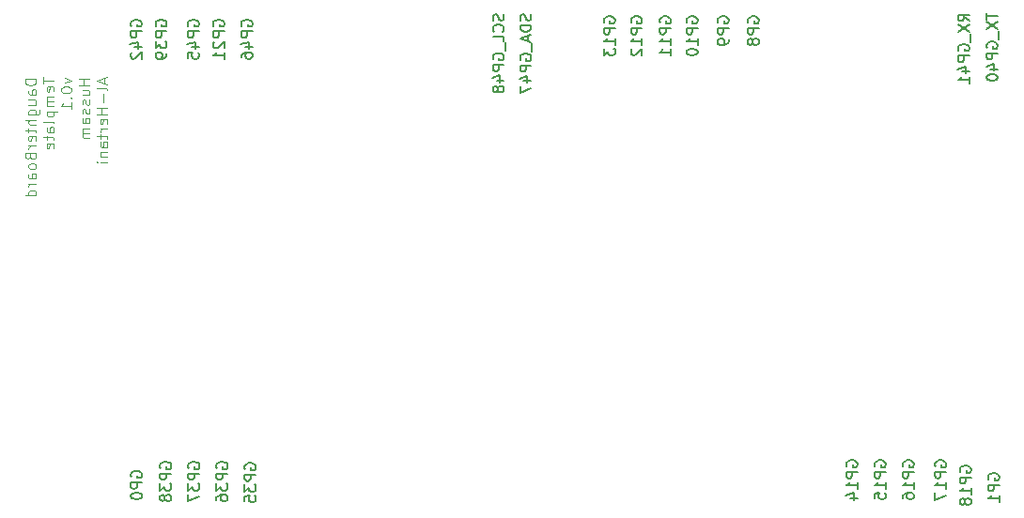
<source format=gbo>
%TF.GenerationSoftware,KiCad,Pcbnew,8.0.0*%
%TF.CreationDate,2024-05-08T19:05:44-04:00*%
%TF.ProjectId,DualHbridgeDaughterboardDesign,4475616c-4862-4726-9964-676544617567,rev?*%
%TF.SameCoordinates,Original*%
%TF.FileFunction,Legend,Bot*%
%TF.FilePolarity,Positive*%
%FSLAX46Y46*%
G04 Gerber Fmt 4.6, Leading zero omitted, Abs format (unit mm)*
G04 Created by KiCad (PCBNEW 8.0.0) date 2024-05-08 19:05:44*
%MOMM*%
%LPD*%
G01*
G04 APERTURE LIST*
%ADD10C,0.150000*%
%ADD11C,0.100000*%
G04 APERTURE END LIST*
D10*
X84447438Y-118060588D02*
X84399819Y-117965350D01*
X84399819Y-117965350D02*
X84399819Y-117822493D01*
X84399819Y-117822493D02*
X84447438Y-117679636D01*
X84447438Y-117679636D02*
X84542676Y-117584398D01*
X84542676Y-117584398D02*
X84637914Y-117536779D01*
X84637914Y-117536779D02*
X84828390Y-117489160D01*
X84828390Y-117489160D02*
X84971247Y-117489160D01*
X84971247Y-117489160D02*
X85161723Y-117536779D01*
X85161723Y-117536779D02*
X85256961Y-117584398D01*
X85256961Y-117584398D02*
X85352200Y-117679636D01*
X85352200Y-117679636D02*
X85399819Y-117822493D01*
X85399819Y-117822493D02*
X85399819Y-117917731D01*
X85399819Y-117917731D02*
X85352200Y-118060588D01*
X85352200Y-118060588D02*
X85304580Y-118108207D01*
X85304580Y-118108207D02*
X84971247Y-118108207D01*
X84971247Y-118108207D02*
X84971247Y-117917731D01*
X85399819Y-118536779D02*
X84399819Y-118536779D01*
X84399819Y-118536779D02*
X84399819Y-118917731D01*
X84399819Y-118917731D02*
X84447438Y-119012969D01*
X84447438Y-119012969D02*
X84495057Y-119060588D01*
X84495057Y-119060588D02*
X84590295Y-119108207D01*
X84590295Y-119108207D02*
X84733152Y-119108207D01*
X84733152Y-119108207D02*
X84828390Y-119060588D01*
X84828390Y-119060588D02*
X84876009Y-119012969D01*
X84876009Y-119012969D02*
X84923628Y-118917731D01*
X84923628Y-118917731D02*
X84923628Y-118536779D01*
X84399819Y-119727255D02*
X84399819Y-119822493D01*
X84399819Y-119822493D02*
X84447438Y-119917731D01*
X84447438Y-119917731D02*
X84495057Y-119965350D01*
X84495057Y-119965350D02*
X84590295Y-120012969D01*
X84590295Y-120012969D02*
X84780771Y-120060588D01*
X84780771Y-120060588D02*
X85018866Y-120060588D01*
X85018866Y-120060588D02*
X85209342Y-120012969D01*
X85209342Y-120012969D02*
X85304580Y-119965350D01*
X85304580Y-119965350D02*
X85352200Y-119917731D01*
X85352200Y-119917731D02*
X85399819Y-119822493D01*
X85399819Y-119822493D02*
X85399819Y-119727255D01*
X85399819Y-119727255D02*
X85352200Y-119632017D01*
X85352200Y-119632017D02*
X85304580Y-119584398D01*
X85304580Y-119584398D02*
X85209342Y-119536779D01*
X85209342Y-119536779D02*
X85018866Y-119489160D01*
X85018866Y-119489160D02*
X84780771Y-119489160D01*
X84780771Y-119489160D02*
X84590295Y-119536779D01*
X84590295Y-119536779D02*
X84495057Y-119584398D01*
X84495057Y-119584398D02*
X84447438Y-119632017D01*
X84447438Y-119632017D02*
X84399819Y-119727255D01*
X154002438Y-117110588D02*
X153954819Y-117015350D01*
X153954819Y-117015350D02*
X153954819Y-116872493D01*
X153954819Y-116872493D02*
X154002438Y-116729636D01*
X154002438Y-116729636D02*
X154097676Y-116634398D01*
X154097676Y-116634398D02*
X154192914Y-116586779D01*
X154192914Y-116586779D02*
X154383390Y-116539160D01*
X154383390Y-116539160D02*
X154526247Y-116539160D01*
X154526247Y-116539160D02*
X154716723Y-116586779D01*
X154716723Y-116586779D02*
X154811961Y-116634398D01*
X154811961Y-116634398D02*
X154907200Y-116729636D01*
X154907200Y-116729636D02*
X154954819Y-116872493D01*
X154954819Y-116872493D02*
X154954819Y-116967731D01*
X154954819Y-116967731D02*
X154907200Y-117110588D01*
X154907200Y-117110588D02*
X154859580Y-117158207D01*
X154859580Y-117158207D02*
X154526247Y-117158207D01*
X154526247Y-117158207D02*
X154526247Y-116967731D01*
X154954819Y-117586779D02*
X153954819Y-117586779D01*
X153954819Y-117586779D02*
X153954819Y-117967731D01*
X153954819Y-117967731D02*
X154002438Y-118062969D01*
X154002438Y-118062969D02*
X154050057Y-118110588D01*
X154050057Y-118110588D02*
X154145295Y-118158207D01*
X154145295Y-118158207D02*
X154288152Y-118158207D01*
X154288152Y-118158207D02*
X154383390Y-118110588D01*
X154383390Y-118110588D02*
X154431009Y-118062969D01*
X154431009Y-118062969D02*
X154478628Y-117967731D01*
X154478628Y-117967731D02*
X154478628Y-117586779D01*
X154954819Y-119110588D02*
X154954819Y-118539160D01*
X154954819Y-118824874D02*
X153954819Y-118824874D01*
X153954819Y-118824874D02*
X154097676Y-118729636D01*
X154097676Y-118729636D02*
X154192914Y-118634398D01*
X154192914Y-118634398D02*
X154240533Y-118539160D01*
X153954819Y-119967731D02*
X153954819Y-119777255D01*
X153954819Y-119777255D02*
X154002438Y-119682017D01*
X154002438Y-119682017D02*
X154050057Y-119634398D01*
X154050057Y-119634398D02*
X154192914Y-119539160D01*
X154192914Y-119539160D02*
X154383390Y-119491541D01*
X154383390Y-119491541D02*
X154764342Y-119491541D01*
X154764342Y-119491541D02*
X154859580Y-119539160D01*
X154859580Y-119539160D02*
X154907200Y-119586779D01*
X154907200Y-119586779D02*
X154954819Y-119682017D01*
X154954819Y-119682017D02*
X154954819Y-119872493D01*
X154954819Y-119872493D02*
X154907200Y-119967731D01*
X154907200Y-119967731D02*
X154859580Y-120015350D01*
X154859580Y-120015350D02*
X154764342Y-120062969D01*
X154764342Y-120062969D02*
X154526247Y-120062969D01*
X154526247Y-120062969D02*
X154431009Y-120015350D01*
X154431009Y-120015350D02*
X154383390Y-119967731D01*
X154383390Y-119967731D02*
X154335771Y-119872493D01*
X154335771Y-119872493D02*
X154335771Y-119682017D01*
X154335771Y-119682017D02*
X154383390Y-119586779D01*
X154383390Y-119586779D02*
X154431009Y-119539160D01*
X154431009Y-119539160D02*
X154526247Y-119491541D01*
X159162438Y-117610588D02*
X159114819Y-117515350D01*
X159114819Y-117515350D02*
X159114819Y-117372493D01*
X159114819Y-117372493D02*
X159162438Y-117229636D01*
X159162438Y-117229636D02*
X159257676Y-117134398D01*
X159257676Y-117134398D02*
X159352914Y-117086779D01*
X159352914Y-117086779D02*
X159543390Y-117039160D01*
X159543390Y-117039160D02*
X159686247Y-117039160D01*
X159686247Y-117039160D02*
X159876723Y-117086779D01*
X159876723Y-117086779D02*
X159971961Y-117134398D01*
X159971961Y-117134398D02*
X160067200Y-117229636D01*
X160067200Y-117229636D02*
X160114819Y-117372493D01*
X160114819Y-117372493D02*
X160114819Y-117467731D01*
X160114819Y-117467731D02*
X160067200Y-117610588D01*
X160067200Y-117610588D02*
X160019580Y-117658207D01*
X160019580Y-117658207D02*
X159686247Y-117658207D01*
X159686247Y-117658207D02*
X159686247Y-117467731D01*
X160114819Y-118086779D02*
X159114819Y-118086779D01*
X159114819Y-118086779D02*
X159114819Y-118467731D01*
X159114819Y-118467731D02*
X159162438Y-118562969D01*
X159162438Y-118562969D02*
X159210057Y-118610588D01*
X159210057Y-118610588D02*
X159305295Y-118658207D01*
X159305295Y-118658207D02*
X159448152Y-118658207D01*
X159448152Y-118658207D02*
X159543390Y-118610588D01*
X159543390Y-118610588D02*
X159591009Y-118562969D01*
X159591009Y-118562969D02*
X159638628Y-118467731D01*
X159638628Y-118467731D02*
X159638628Y-118086779D01*
X160114819Y-119610588D02*
X160114819Y-119039160D01*
X160114819Y-119324874D02*
X159114819Y-119324874D01*
X159114819Y-119324874D02*
X159257676Y-119229636D01*
X159257676Y-119229636D02*
X159352914Y-119134398D01*
X159352914Y-119134398D02*
X159400533Y-119039160D01*
X159543390Y-120182017D02*
X159495771Y-120086779D01*
X159495771Y-120086779D02*
X159448152Y-120039160D01*
X159448152Y-120039160D02*
X159352914Y-119991541D01*
X159352914Y-119991541D02*
X159305295Y-119991541D01*
X159305295Y-119991541D02*
X159210057Y-120039160D01*
X159210057Y-120039160D02*
X159162438Y-120086779D01*
X159162438Y-120086779D02*
X159114819Y-120182017D01*
X159114819Y-120182017D02*
X159114819Y-120372493D01*
X159114819Y-120372493D02*
X159162438Y-120467731D01*
X159162438Y-120467731D02*
X159210057Y-120515350D01*
X159210057Y-120515350D02*
X159305295Y-120562969D01*
X159305295Y-120562969D02*
X159352914Y-120562969D01*
X159352914Y-120562969D02*
X159448152Y-120515350D01*
X159448152Y-120515350D02*
X159495771Y-120467731D01*
X159495771Y-120467731D02*
X159543390Y-120372493D01*
X159543390Y-120372493D02*
X159543390Y-120182017D01*
X159543390Y-120182017D02*
X159591009Y-120086779D01*
X159591009Y-120086779D02*
X159638628Y-120039160D01*
X159638628Y-120039160D02*
X159733866Y-119991541D01*
X159733866Y-119991541D02*
X159924342Y-119991541D01*
X159924342Y-119991541D02*
X160019580Y-120039160D01*
X160019580Y-120039160D02*
X160067200Y-120086779D01*
X160067200Y-120086779D02*
X160114819Y-120182017D01*
X160114819Y-120182017D02*
X160114819Y-120372493D01*
X160114819Y-120372493D02*
X160067200Y-120467731D01*
X160067200Y-120467731D02*
X160019580Y-120515350D01*
X160019580Y-120515350D02*
X159924342Y-120562969D01*
X159924342Y-120562969D02*
X159733866Y-120562969D01*
X159733866Y-120562969D02*
X159638628Y-120515350D01*
X159638628Y-120515350D02*
X159591009Y-120467731D01*
X159591009Y-120467731D02*
X159543390Y-120372493D01*
X156917438Y-117110588D02*
X156869819Y-117015350D01*
X156869819Y-117015350D02*
X156869819Y-116872493D01*
X156869819Y-116872493D02*
X156917438Y-116729636D01*
X156917438Y-116729636D02*
X157012676Y-116634398D01*
X157012676Y-116634398D02*
X157107914Y-116586779D01*
X157107914Y-116586779D02*
X157298390Y-116539160D01*
X157298390Y-116539160D02*
X157441247Y-116539160D01*
X157441247Y-116539160D02*
X157631723Y-116586779D01*
X157631723Y-116586779D02*
X157726961Y-116634398D01*
X157726961Y-116634398D02*
X157822200Y-116729636D01*
X157822200Y-116729636D02*
X157869819Y-116872493D01*
X157869819Y-116872493D02*
X157869819Y-116967731D01*
X157869819Y-116967731D02*
X157822200Y-117110588D01*
X157822200Y-117110588D02*
X157774580Y-117158207D01*
X157774580Y-117158207D02*
X157441247Y-117158207D01*
X157441247Y-117158207D02*
X157441247Y-116967731D01*
X157869819Y-117586779D02*
X156869819Y-117586779D01*
X156869819Y-117586779D02*
X156869819Y-117967731D01*
X156869819Y-117967731D02*
X156917438Y-118062969D01*
X156917438Y-118062969D02*
X156965057Y-118110588D01*
X156965057Y-118110588D02*
X157060295Y-118158207D01*
X157060295Y-118158207D02*
X157203152Y-118158207D01*
X157203152Y-118158207D02*
X157298390Y-118110588D01*
X157298390Y-118110588D02*
X157346009Y-118062969D01*
X157346009Y-118062969D02*
X157393628Y-117967731D01*
X157393628Y-117967731D02*
X157393628Y-117586779D01*
X157869819Y-119110588D02*
X157869819Y-118539160D01*
X157869819Y-118824874D02*
X156869819Y-118824874D01*
X156869819Y-118824874D02*
X157012676Y-118729636D01*
X157012676Y-118729636D02*
X157107914Y-118634398D01*
X157107914Y-118634398D02*
X157155533Y-118539160D01*
X156869819Y-119443922D02*
X156869819Y-120110588D01*
X156869819Y-120110588D02*
X157869819Y-119682017D01*
X159947319Y-76908207D02*
X159471128Y-76574874D01*
X159947319Y-76336779D02*
X158947319Y-76336779D01*
X158947319Y-76336779D02*
X158947319Y-76717731D01*
X158947319Y-76717731D02*
X158994938Y-76812969D01*
X158994938Y-76812969D02*
X159042557Y-76860588D01*
X159042557Y-76860588D02*
X159137795Y-76908207D01*
X159137795Y-76908207D02*
X159280652Y-76908207D01*
X159280652Y-76908207D02*
X159375890Y-76860588D01*
X159375890Y-76860588D02*
X159423509Y-76812969D01*
X159423509Y-76812969D02*
X159471128Y-76717731D01*
X159471128Y-76717731D02*
X159471128Y-76336779D01*
X158947319Y-77241541D02*
X159947319Y-77908207D01*
X158947319Y-77908207D02*
X159947319Y-77241541D01*
X160042557Y-78051065D02*
X160042557Y-78812969D01*
X158994938Y-79574874D02*
X158947319Y-79479636D01*
X158947319Y-79479636D02*
X158947319Y-79336779D01*
X158947319Y-79336779D02*
X158994938Y-79193922D01*
X158994938Y-79193922D02*
X159090176Y-79098684D01*
X159090176Y-79098684D02*
X159185414Y-79051065D01*
X159185414Y-79051065D02*
X159375890Y-79003446D01*
X159375890Y-79003446D02*
X159518747Y-79003446D01*
X159518747Y-79003446D02*
X159709223Y-79051065D01*
X159709223Y-79051065D02*
X159804461Y-79098684D01*
X159804461Y-79098684D02*
X159899700Y-79193922D01*
X159899700Y-79193922D02*
X159947319Y-79336779D01*
X159947319Y-79336779D02*
X159947319Y-79432017D01*
X159947319Y-79432017D02*
X159899700Y-79574874D01*
X159899700Y-79574874D02*
X159852080Y-79622493D01*
X159852080Y-79622493D02*
X159518747Y-79622493D01*
X159518747Y-79622493D02*
X159518747Y-79432017D01*
X159947319Y-80051065D02*
X158947319Y-80051065D01*
X158947319Y-80051065D02*
X158947319Y-80432017D01*
X158947319Y-80432017D02*
X158994938Y-80527255D01*
X158994938Y-80527255D02*
X159042557Y-80574874D01*
X159042557Y-80574874D02*
X159137795Y-80622493D01*
X159137795Y-80622493D02*
X159280652Y-80622493D01*
X159280652Y-80622493D02*
X159375890Y-80574874D01*
X159375890Y-80574874D02*
X159423509Y-80527255D01*
X159423509Y-80527255D02*
X159471128Y-80432017D01*
X159471128Y-80432017D02*
X159471128Y-80051065D01*
X159280652Y-81479636D02*
X159947319Y-81479636D01*
X158899700Y-81241541D02*
X159613985Y-81003446D01*
X159613985Y-81003446D02*
X159613985Y-81622493D01*
X159947319Y-82527255D02*
X159947319Y-81955827D01*
X159947319Y-82241541D02*
X158947319Y-82241541D01*
X158947319Y-82241541D02*
X159090176Y-82146303D01*
X159090176Y-82146303D02*
X159185414Y-82051065D01*
X159185414Y-82051065D02*
X159233033Y-81955827D01*
X132117438Y-77060588D02*
X132069819Y-76965350D01*
X132069819Y-76965350D02*
X132069819Y-76822493D01*
X132069819Y-76822493D02*
X132117438Y-76679636D01*
X132117438Y-76679636D02*
X132212676Y-76584398D01*
X132212676Y-76584398D02*
X132307914Y-76536779D01*
X132307914Y-76536779D02*
X132498390Y-76489160D01*
X132498390Y-76489160D02*
X132641247Y-76489160D01*
X132641247Y-76489160D02*
X132831723Y-76536779D01*
X132831723Y-76536779D02*
X132926961Y-76584398D01*
X132926961Y-76584398D02*
X133022200Y-76679636D01*
X133022200Y-76679636D02*
X133069819Y-76822493D01*
X133069819Y-76822493D02*
X133069819Y-76917731D01*
X133069819Y-76917731D02*
X133022200Y-77060588D01*
X133022200Y-77060588D02*
X132974580Y-77108207D01*
X132974580Y-77108207D02*
X132641247Y-77108207D01*
X132641247Y-77108207D02*
X132641247Y-76917731D01*
X133069819Y-77536779D02*
X132069819Y-77536779D01*
X132069819Y-77536779D02*
X132069819Y-77917731D01*
X132069819Y-77917731D02*
X132117438Y-78012969D01*
X132117438Y-78012969D02*
X132165057Y-78060588D01*
X132165057Y-78060588D02*
X132260295Y-78108207D01*
X132260295Y-78108207D02*
X132403152Y-78108207D01*
X132403152Y-78108207D02*
X132498390Y-78060588D01*
X132498390Y-78060588D02*
X132546009Y-78012969D01*
X132546009Y-78012969D02*
X132593628Y-77917731D01*
X132593628Y-77917731D02*
X132593628Y-77536779D01*
X133069819Y-79060588D02*
X133069819Y-78489160D01*
X133069819Y-78774874D02*
X132069819Y-78774874D01*
X132069819Y-78774874D02*
X132212676Y-78679636D01*
X132212676Y-78679636D02*
X132307914Y-78584398D01*
X132307914Y-78584398D02*
X132355533Y-78489160D01*
X133069819Y-80012969D02*
X133069819Y-79441541D01*
X133069819Y-79727255D02*
X132069819Y-79727255D01*
X132069819Y-79727255D02*
X132212676Y-79632017D01*
X132212676Y-79632017D02*
X132307914Y-79536779D01*
X132307914Y-79536779D02*
X132355533Y-79441541D01*
X117972200Y-76289160D02*
X118019819Y-76432017D01*
X118019819Y-76432017D02*
X118019819Y-76670112D01*
X118019819Y-76670112D02*
X117972200Y-76765350D01*
X117972200Y-76765350D02*
X117924580Y-76812969D01*
X117924580Y-76812969D02*
X117829342Y-76860588D01*
X117829342Y-76860588D02*
X117734104Y-76860588D01*
X117734104Y-76860588D02*
X117638866Y-76812969D01*
X117638866Y-76812969D02*
X117591247Y-76765350D01*
X117591247Y-76765350D02*
X117543628Y-76670112D01*
X117543628Y-76670112D02*
X117496009Y-76479636D01*
X117496009Y-76479636D02*
X117448390Y-76384398D01*
X117448390Y-76384398D02*
X117400771Y-76336779D01*
X117400771Y-76336779D02*
X117305533Y-76289160D01*
X117305533Y-76289160D02*
X117210295Y-76289160D01*
X117210295Y-76289160D02*
X117115057Y-76336779D01*
X117115057Y-76336779D02*
X117067438Y-76384398D01*
X117067438Y-76384398D02*
X117019819Y-76479636D01*
X117019819Y-76479636D02*
X117019819Y-76717731D01*
X117019819Y-76717731D02*
X117067438Y-76860588D01*
X117924580Y-77860588D02*
X117972200Y-77812969D01*
X117972200Y-77812969D02*
X118019819Y-77670112D01*
X118019819Y-77670112D02*
X118019819Y-77574874D01*
X118019819Y-77574874D02*
X117972200Y-77432017D01*
X117972200Y-77432017D02*
X117876961Y-77336779D01*
X117876961Y-77336779D02*
X117781723Y-77289160D01*
X117781723Y-77289160D02*
X117591247Y-77241541D01*
X117591247Y-77241541D02*
X117448390Y-77241541D01*
X117448390Y-77241541D02*
X117257914Y-77289160D01*
X117257914Y-77289160D02*
X117162676Y-77336779D01*
X117162676Y-77336779D02*
X117067438Y-77432017D01*
X117067438Y-77432017D02*
X117019819Y-77574874D01*
X117019819Y-77574874D02*
X117019819Y-77670112D01*
X117019819Y-77670112D02*
X117067438Y-77812969D01*
X117067438Y-77812969D02*
X117115057Y-77860588D01*
X118019819Y-78765350D02*
X118019819Y-78289160D01*
X118019819Y-78289160D02*
X117019819Y-78289160D01*
X118115057Y-78860589D02*
X118115057Y-79622493D01*
X117067438Y-80384398D02*
X117019819Y-80289160D01*
X117019819Y-80289160D02*
X117019819Y-80146303D01*
X117019819Y-80146303D02*
X117067438Y-80003446D01*
X117067438Y-80003446D02*
X117162676Y-79908208D01*
X117162676Y-79908208D02*
X117257914Y-79860589D01*
X117257914Y-79860589D02*
X117448390Y-79812970D01*
X117448390Y-79812970D02*
X117591247Y-79812970D01*
X117591247Y-79812970D02*
X117781723Y-79860589D01*
X117781723Y-79860589D02*
X117876961Y-79908208D01*
X117876961Y-79908208D02*
X117972200Y-80003446D01*
X117972200Y-80003446D02*
X118019819Y-80146303D01*
X118019819Y-80146303D02*
X118019819Y-80241541D01*
X118019819Y-80241541D02*
X117972200Y-80384398D01*
X117972200Y-80384398D02*
X117924580Y-80432017D01*
X117924580Y-80432017D02*
X117591247Y-80432017D01*
X117591247Y-80432017D02*
X117591247Y-80241541D01*
X118019819Y-80860589D02*
X117019819Y-80860589D01*
X117019819Y-80860589D02*
X117019819Y-81241541D01*
X117019819Y-81241541D02*
X117067438Y-81336779D01*
X117067438Y-81336779D02*
X117115057Y-81384398D01*
X117115057Y-81384398D02*
X117210295Y-81432017D01*
X117210295Y-81432017D02*
X117353152Y-81432017D01*
X117353152Y-81432017D02*
X117448390Y-81384398D01*
X117448390Y-81384398D02*
X117496009Y-81336779D01*
X117496009Y-81336779D02*
X117543628Y-81241541D01*
X117543628Y-81241541D02*
X117543628Y-80860589D01*
X117353152Y-82289160D02*
X118019819Y-82289160D01*
X116972200Y-82051065D02*
X117686485Y-81812970D01*
X117686485Y-81812970D02*
X117686485Y-82432017D01*
X117448390Y-82955827D02*
X117400771Y-82860589D01*
X117400771Y-82860589D02*
X117353152Y-82812970D01*
X117353152Y-82812970D02*
X117257914Y-82765351D01*
X117257914Y-82765351D02*
X117210295Y-82765351D01*
X117210295Y-82765351D02*
X117115057Y-82812970D01*
X117115057Y-82812970D02*
X117067438Y-82860589D01*
X117067438Y-82860589D02*
X117019819Y-82955827D01*
X117019819Y-82955827D02*
X117019819Y-83146303D01*
X117019819Y-83146303D02*
X117067438Y-83241541D01*
X117067438Y-83241541D02*
X117115057Y-83289160D01*
X117115057Y-83289160D02*
X117210295Y-83336779D01*
X117210295Y-83336779D02*
X117257914Y-83336779D01*
X117257914Y-83336779D02*
X117353152Y-83289160D01*
X117353152Y-83289160D02*
X117400771Y-83241541D01*
X117400771Y-83241541D02*
X117448390Y-83146303D01*
X117448390Y-83146303D02*
X117448390Y-82955827D01*
X117448390Y-82955827D02*
X117496009Y-82860589D01*
X117496009Y-82860589D02*
X117543628Y-82812970D01*
X117543628Y-82812970D02*
X117638866Y-82765351D01*
X117638866Y-82765351D02*
X117829342Y-82765351D01*
X117829342Y-82765351D02*
X117924580Y-82812970D01*
X117924580Y-82812970D02*
X117972200Y-82860589D01*
X117972200Y-82860589D02*
X118019819Y-82955827D01*
X118019819Y-82955827D02*
X118019819Y-83146303D01*
X118019819Y-83146303D02*
X117972200Y-83241541D01*
X117972200Y-83241541D02*
X117924580Y-83289160D01*
X117924580Y-83289160D02*
X117829342Y-83336779D01*
X117829342Y-83336779D02*
X117638866Y-83336779D01*
X117638866Y-83336779D02*
X117543628Y-83289160D01*
X117543628Y-83289160D02*
X117496009Y-83241541D01*
X117496009Y-83241541D02*
X117448390Y-83146303D01*
X148917438Y-117110588D02*
X148869819Y-117015350D01*
X148869819Y-117015350D02*
X148869819Y-116872493D01*
X148869819Y-116872493D02*
X148917438Y-116729636D01*
X148917438Y-116729636D02*
X149012676Y-116634398D01*
X149012676Y-116634398D02*
X149107914Y-116586779D01*
X149107914Y-116586779D02*
X149298390Y-116539160D01*
X149298390Y-116539160D02*
X149441247Y-116539160D01*
X149441247Y-116539160D02*
X149631723Y-116586779D01*
X149631723Y-116586779D02*
X149726961Y-116634398D01*
X149726961Y-116634398D02*
X149822200Y-116729636D01*
X149822200Y-116729636D02*
X149869819Y-116872493D01*
X149869819Y-116872493D02*
X149869819Y-116967731D01*
X149869819Y-116967731D02*
X149822200Y-117110588D01*
X149822200Y-117110588D02*
X149774580Y-117158207D01*
X149774580Y-117158207D02*
X149441247Y-117158207D01*
X149441247Y-117158207D02*
X149441247Y-116967731D01*
X149869819Y-117586779D02*
X148869819Y-117586779D01*
X148869819Y-117586779D02*
X148869819Y-117967731D01*
X148869819Y-117967731D02*
X148917438Y-118062969D01*
X148917438Y-118062969D02*
X148965057Y-118110588D01*
X148965057Y-118110588D02*
X149060295Y-118158207D01*
X149060295Y-118158207D02*
X149203152Y-118158207D01*
X149203152Y-118158207D02*
X149298390Y-118110588D01*
X149298390Y-118110588D02*
X149346009Y-118062969D01*
X149346009Y-118062969D02*
X149393628Y-117967731D01*
X149393628Y-117967731D02*
X149393628Y-117586779D01*
X149869819Y-119110588D02*
X149869819Y-118539160D01*
X149869819Y-118824874D02*
X148869819Y-118824874D01*
X148869819Y-118824874D02*
X149012676Y-118729636D01*
X149012676Y-118729636D02*
X149107914Y-118634398D01*
X149107914Y-118634398D02*
X149155533Y-118539160D01*
X149203152Y-119967731D02*
X149869819Y-119967731D01*
X148822200Y-119729636D02*
X149536485Y-119491541D01*
X149536485Y-119491541D02*
X149536485Y-120110588D01*
X94697438Y-117360588D02*
X94649819Y-117265350D01*
X94649819Y-117265350D02*
X94649819Y-117122493D01*
X94649819Y-117122493D02*
X94697438Y-116979636D01*
X94697438Y-116979636D02*
X94792676Y-116884398D01*
X94792676Y-116884398D02*
X94887914Y-116836779D01*
X94887914Y-116836779D02*
X95078390Y-116789160D01*
X95078390Y-116789160D02*
X95221247Y-116789160D01*
X95221247Y-116789160D02*
X95411723Y-116836779D01*
X95411723Y-116836779D02*
X95506961Y-116884398D01*
X95506961Y-116884398D02*
X95602200Y-116979636D01*
X95602200Y-116979636D02*
X95649819Y-117122493D01*
X95649819Y-117122493D02*
X95649819Y-117217731D01*
X95649819Y-117217731D02*
X95602200Y-117360588D01*
X95602200Y-117360588D02*
X95554580Y-117408207D01*
X95554580Y-117408207D02*
X95221247Y-117408207D01*
X95221247Y-117408207D02*
X95221247Y-117217731D01*
X95649819Y-117836779D02*
X94649819Y-117836779D01*
X94649819Y-117836779D02*
X94649819Y-118217731D01*
X94649819Y-118217731D02*
X94697438Y-118312969D01*
X94697438Y-118312969D02*
X94745057Y-118360588D01*
X94745057Y-118360588D02*
X94840295Y-118408207D01*
X94840295Y-118408207D02*
X94983152Y-118408207D01*
X94983152Y-118408207D02*
X95078390Y-118360588D01*
X95078390Y-118360588D02*
X95126009Y-118312969D01*
X95126009Y-118312969D02*
X95173628Y-118217731D01*
X95173628Y-118217731D02*
X95173628Y-117836779D01*
X94649819Y-118741541D02*
X94649819Y-119360588D01*
X94649819Y-119360588D02*
X95030771Y-119027255D01*
X95030771Y-119027255D02*
X95030771Y-119170112D01*
X95030771Y-119170112D02*
X95078390Y-119265350D01*
X95078390Y-119265350D02*
X95126009Y-119312969D01*
X95126009Y-119312969D02*
X95221247Y-119360588D01*
X95221247Y-119360588D02*
X95459342Y-119360588D01*
X95459342Y-119360588D02*
X95554580Y-119312969D01*
X95554580Y-119312969D02*
X95602200Y-119265350D01*
X95602200Y-119265350D02*
X95649819Y-119170112D01*
X95649819Y-119170112D02*
X95649819Y-118884398D01*
X95649819Y-118884398D02*
X95602200Y-118789160D01*
X95602200Y-118789160D02*
X95554580Y-118741541D01*
X94649819Y-120265350D02*
X94649819Y-119789160D01*
X94649819Y-119789160D02*
X95126009Y-119741541D01*
X95126009Y-119741541D02*
X95078390Y-119789160D01*
X95078390Y-119789160D02*
X95030771Y-119884398D01*
X95030771Y-119884398D02*
X95030771Y-120122493D01*
X95030771Y-120122493D02*
X95078390Y-120217731D01*
X95078390Y-120217731D02*
X95126009Y-120265350D01*
X95126009Y-120265350D02*
X95221247Y-120312969D01*
X95221247Y-120312969D02*
X95459342Y-120312969D01*
X95459342Y-120312969D02*
X95554580Y-120265350D01*
X95554580Y-120265350D02*
X95602200Y-120217731D01*
X95602200Y-120217731D02*
X95649819Y-120122493D01*
X95649819Y-120122493D02*
X95649819Y-119884398D01*
X95649819Y-119884398D02*
X95602200Y-119789160D01*
X95602200Y-119789160D02*
X95554580Y-119741541D01*
X120422200Y-76289160D02*
X120469819Y-76432017D01*
X120469819Y-76432017D02*
X120469819Y-76670112D01*
X120469819Y-76670112D02*
X120422200Y-76765350D01*
X120422200Y-76765350D02*
X120374580Y-76812969D01*
X120374580Y-76812969D02*
X120279342Y-76860588D01*
X120279342Y-76860588D02*
X120184104Y-76860588D01*
X120184104Y-76860588D02*
X120088866Y-76812969D01*
X120088866Y-76812969D02*
X120041247Y-76765350D01*
X120041247Y-76765350D02*
X119993628Y-76670112D01*
X119993628Y-76670112D02*
X119946009Y-76479636D01*
X119946009Y-76479636D02*
X119898390Y-76384398D01*
X119898390Y-76384398D02*
X119850771Y-76336779D01*
X119850771Y-76336779D02*
X119755533Y-76289160D01*
X119755533Y-76289160D02*
X119660295Y-76289160D01*
X119660295Y-76289160D02*
X119565057Y-76336779D01*
X119565057Y-76336779D02*
X119517438Y-76384398D01*
X119517438Y-76384398D02*
X119469819Y-76479636D01*
X119469819Y-76479636D02*
X119469819Y-76717731D01*
X119469819Y-76717731D02*
X119517438Y-76860588D01*
X120469819Y-77289160D02*
X119469819Y-77289160D01*
X119469819Y-77289160D02*
X119469819Y-77527255D01*
X119469819Y-77527255D02*
X119517438Y-77670112D01*
X119517438Y-77670112D02*
X119612676Y-77765350D01*
X119612676Y-77765350D02*
X119707914Y-77812969D01*
X119707914Y-77812969D02*
X119898390Y-77860588D01*
X119898390Y-77860588D02*
X120041247Y-77860588D01*
X120041247Y-77860588D02*
X120231723Y-77812969D01*
X120231723Y-77812969D02*
X120326961Y-77765350D01*
X120326961Y-77765350D02*
X120422200Y-77670112D01*
X120422200Y-77670112D02*
X120469819Y-77527255D01*
X120469819Y-77527255D02*
X120469819Y-77289160D01*
X120184104Y-78241541D02*
X120184104Y-78717731D01*
X120469819Y-78146303D02*
X119469819Y-78479636D01*
X119469819Y-78479636D02*
X120469819Y-78812969D01*
X120565057Y-78908208D02*
X120565057Y-79670112D01*
X119517438Y-80432017D02*
X119469819Y-80336779D01*
X119469819Y-80336779D02*
X119469819Y-80193922D01*
X119469819Y-80193922D02*
X119517438Y-80051065D01*
X119517438Y-80051065D02*
X119612676Y-79955827D01*
X119612676Y-79955827D02*
X119707914Y-79908208D01*
X119707914Y-79908208D02*
X119898390Y-79860589D01*
X119898390Y-79860589D02*
X120041247Y-79860589D01*
X120041247Y-79860589D02*
X120231723Y-79908208D01*
X120231723Y-79908208D02*
X120326961Y-79955827D01*
X120326961Y-79955827D02*
X120422200Y-80051065D01*
X120422200Y-80051065D02*
X120469819Y-80193922D01*
X120469819Y-80193922D02*
X120469819Y-80289160D01*
X120469819Y-80289160D02*
X120422200Y-80432017D01*
X120422200Y-80432017D02*
X120374580Y-80479636D01*
X120374580Y-80479636D02*
X120041247Y-80479636D01*
X120041247Y-80479636D02*
X120041247Y-80289160D01*
X120469819Y-80908208D02*
X119469819Y-80908208D01*
X119469819Y-80908208D02*
X119469819Y-81289160D01*
X119469819Y-81289160D02*
X119517438Y-81384398D01*
X119517438Y-81384398D02*
X119565057Y-81432017D01*
X119565057Y-81432017D02*
X119660295Y-81479636D01*
X119660295Y-81479636D02*
X119803152Y-81479636D01*
X119803152Y-81479636D02*
X119898390Y-81432017D01*
X119898390Y-81432017D02*
X119946009Y-81384398D01*
X119946009Y-81384398D02*
X119993628Y-81289160D01*
X119993628Y-81289160D02*
X119993628Y-80908208D01*
X119803152Y-82336779D02*
X120469819Y-82336779D01*
X119422200Y-82098684D02*
X120136485Y-81860589D01*
X120136485Y-81860589D02*
X120136485Y-82479636D01*
X119469819Y-82765351D02*
X119469819Y-83432017D01*
X119469819Y-83432017D02*
X120469819Y-83003446D01*
X151462438Y-117110588D02*
X151414819Y-117015350D01*
X151414819Y-117015350D02*
X151414819Y-116872493D01*
X151414819Y-116872493D02*
X151462438Y-116729636D01*
X151462438Y-116729636D02*
X151557676Y-116634398D01*
X151557676Y-116634398D02*
X151652914Y-116586779D01*
X151652914Y-116586779D02*
X151843390Y-116539160D01*
X151843390Y-116539160D02*
X151986247Y-116539160D01*
X151986247Y-116539160D02*
X152176723Y-116586779D01*
X152176723Y-116586779D02*
X152271961Y-116634398D01*
X152271961Y-116634398D02*
X152367200Y-116729636D01*
X152367200Y-116729636D02*
X152414819Y-116872493D01*
X152414819Y-116872493D02*
X152414819Y-116967731D01*
X152414819Y-116967731D02*
X152367200Y-117110588D01*
X152367200Y-117110588D02*
X152319580Y-117158207D01*
X152319580Y-117158207D02*
X151986247Y-117158207D01*
X151986247Y-117158207D02*
X151986247Y-116967731D01*
X152414819Y-117586779D02*
X151414819Y-117586779D01*
X151414819Y-117586779D02*
X151414819Y-117967731D01*
X151414819Y-117967731D02*
X151462438Y-118062969D01*
X151462438Y-118062969D02*
X151510057Y-118110588D01*
X151510057Y-118110588D02*
X151605295Y-118158207D01*
X151605295Y-118158207D02*
X151748152Y-118158207D01*
X151748152Y-118158207D02*
X151843390Y-118110588D01*
X151843390Y-118110588D02*
X151891009Y-118062969D01*
X151891009Y-118062969D02*
X151938628Y-117967731D01*
X151938628Y-117967731D02*
X151938628Y-117586779D01*
X152414819Y-119110588D02*
X152414819Y-118539160D01*
X152414819Y-118824874D02*
X151414819Y-118824874D01*
X151414819Y-118824874D02*
X151557676Y-118729636D01*
X151557676Y-118729636D02*
X151652914Y-118634398D01*
X151652914Y-118634398D02*
X151700533Y-118539160D01*
X151414819Y-120015350D02*
X151414819Y-119539160D01*
X151414819Y-119539160D02*
X151891009Y-119491541D01*
X151891009Y-119491541D02*
X151843390Y-119539160D01*
X151843390Y-119539160D02*
X151795771Y-119634398D01*
X151795771Y-119634398D02*
X151795771Y-119872493D01*
X151795771Y-119872493D02*
X151843390Y-119967731D01*
X151843390Y-119967731D02*
X151891009Y-120015350D01*
X151891009Y-120015350D02*
X151986247Y-120062969D01*
X151986247Y-120062969D02*
X152224342Y-120062969D01*
X152224342Y-120062969D02*
X152319580Y-120015350D01*
X152319580Y-120015350D02*
X152367200Y-119967731D01*
X152367200Y-119967731D02*
X152414819Y-119872493D01*
X152414819Y-119872493D02*
X152414819Y-119634398D01*
X152414819Y-119634398D02*
X152367200Y-119539160D01*
X152367200Y-119539160D02*
X152319580Y-119491541D01*
X137317438Y-77060588D02*
X137269819Y-76965350D01*
X137269819Y-76965350D02*
X137269819Y-76822493D01*
X137269819Y-76822493D02*
X137317438Y-76679636D01*
X137317438Y-76679636D02*
X137412676Y-76584398D01*
X137412676Y-76584398D02*
X137507914Y-76536779D01*
X137507914Y-76536779D02*
X137698390Y-76489160D01*
X137698390Y-76489160D02*
X137841247Y-76489160D01*
X137841247Y-76489160D02*
X138031723Y-76536779D01*
X138031723Y-76536779D02*
X138126961Y-76584398D01*
X138126961Y-76584398D02*
X138222200Y-76679636D01*
X138222200Y-76679636D02*
X138269819Y-76822493D01*
X138269819Y-76822493D02*
X138269819Y-76917731D01*
X138269819Y-76917731D02*
X138222200Y-77060588D01*
X138222200Y-77060588D02*
X138174580Y-77108207D01*
X138174580Y-77108207D02*
X137841247Y-77108207D01*
X137841247Y-77108207D02*
X137841247Y-76917731D01*
X138269819Y-77536779D02*
X137269819Y-77536779D01*
X137269819Y-77536779D02*
X137269819Y-77917731D01*
X137269819Y-77917731D02*
X137317438Y-78012969D01*
X137317438Y-78012969D02*
X137365057Y-78060588D01*
X137365057Y-78060588D02*
X137460295Y-78108207D01*
X137460295Y-78108207D02*
X137603152Y-78108207D01*
X137603152Y-78108207D02*
X137698390Y-78060588D01*
X137698390Y-78060588D02*
X137746009Y-78012969D01*
X137746009Y-78012969D02*
X137793628Y-77917731D01*
X137793628Y-77917731D02*
X137793628Y-77536779D01*
X138269819Y-78584398D02*
X138269819Y-78774874D01*
X138269819Y-78774874D02*
X138222200Y-78870112D01*
X138222200Y-78870112D02*
X138174580Y-78917731D01*
X138174580Y-78917731D02*
X138031723Y-79012969D01*
X138031723Y-79012969D02*
X137841247Y-79060588D01*
X137841247Y-79060588D02*
X137460295Y-79060588D01*
X137460295Y-79060588D02*
X137365057Y-79012969D01*
X137365057Y-79012969D02*
X137317438Y-78965350D01*
X137317438Y-78965350D02*
X137269819Y-78870112D01*
X137269819Y-78870112D02*
X137269819Y-78679636D01*
X137269819Y-78679636D02*
X137317438Y-78584398D01*
X137317438Y-78584398D02*
X137365057Y-78536779D01*
X137365057Y-78536779D02*
X137460295Y-78489160D01*
X137460295Y-78489160D02*
X137698390Y-78489160D01*
X137698390Y-78489160D02*
X137793628Y-78536779D01*
X137793628Y-78536779D02*
X137841247Y-78584398D01*
X137841247Y-78584398D02*
X137888866Y-78679636D01*
X137888866Y-78679636D02*
X137888866Y-78870112D01*
X137888866Y-78870112D02*
X137841247Y-78965350D01*
X137841247Y-78965350D02*
X137793628Y-79012969D01*
X137793628Y-79012969D02*
X137698390Y-79060588D01*
X84417438Y-77360588D02*
X84369819Y-77265350D01*
X84369819Y-77265350D02*
X84369819Y-77122493D01*
X84369819Y-77122493D02*
X84417438Y-76979636D01*
X84417438Y-76979636D02*
X84512676Y-76884398D01*
X84512676Y-76884398D02*
X84607914Y-76836779D01*
X84607914Y-76836779D02*
X84798390Y-76789160D01*
X84798390Y-76789160D02*
X84941247Y-76789160D01*
X84941247Y-76789160D02*
X85131723Y-76836779D01*
X85131723Y-76836779D02*
X85226961Y-76884398D01*
X85226961Y-76884398D02*
X85322200Y-76979636D01*
X85322200Y-76979636D02*
X85369819Y-77122493D01*
X85369819Y-77122493D02*
X85369819Y-77217731D01*
X85369819Y-77217731D02*
X85322200Y-77360588D01*
X85322200Y-77360588D02*
X85274580Y-77408207D01*
X85274580Y-77408207D02*
X84941247Y-77408207D01*
X84941247Y-77408207D02*
X84941247Y-77217731D01*
X85369819Y-77836779D02*
X84369819Y-77836779D01*
X84369819Y-77836779D02*
X84369819Y-78217731D01*
X84369819Y-78217731D02*
X84417438Y-78312969D01*
X84417438Y-78312969D02*
X84465057Y-78360588D01*
X84465057Y-78360588D02*
X84560295Y-78408207D01*
X84560295Y-78408207D02*
X84703152Y-78408207D01*
X84703152Y-78408207D02*
X84798390Y-78360588D01*
X84798390Y-78360588D02*
X84846009Y-78312969D01*
X84846009Y-78312969D02*
X84893628Y-78217731D01*
X84893628Y-78217731D02*
X84893628Y-77836779D01*
X84703152Y-79265350D02*
X85369819Y-79265350D01*
X84322200Y-79027255D02*
X85036485Y-78789160D01*
X85036485Y-78789160D02*
X85036485Y-79408207D01*
X84465057Y-79741541D02*
X84417438Y-79789160D01*
X84417438Y-79789160D02*
X84369819Y-79884398D01*
X84369819Y-79884398D02*
X84369819Y-80122493D01*
X84369819Y-80122493D02*
X84417438Y-80217731D01*
X84417438Y-80217731D02*
X84465057Y-80265350D01*
X84465057Y-80265350D02*
X84560295Y-80312969D01*
X84560295Y-80312969D02*
X84655533Y-80312969D01*
X84655533Y-80312969D02*
X84798390Y-80265350D01*
X84798390Y-80265350D02*
X85369819Y-79693922D01*
X85369819Y-79693922D02*
X85369819Y-80312969D01*
X91852438Y-77360588D02*
X91804819Y-77265350D01*
X91804819Y-77265350D02*
X91804819Y-77122493D01*
X91804819Y-77122493D02*
X91852438Y-76979636D01*
X91852438Y-76979636D02*
X91947676Y-76884398D01*
X91947676Y-76884398D02*
X92042914Y-76836779D01*
X92042914Y-76836779D02*
X92233390Y-76789160D01*
X92233390Y-76789160D02*
X92376247Y-76789160D01*
X92376247Y-76789160D02*
X92566723Y-76836779D01*
X92566723Y-76836779D02*
X92661961Y-76884398D01*
X92661961Y-76884398D02*
X92757200Y-76979636D01*
X92757200Y-76979636D02*
X92804819Y-77122493D01*
X92804819Y-77122493D02*
X92804819Y-77217731D01*
X92804819Y-77217731D02*
X92757200Y-77360588D01*
X92757200Y-77360588D02*
X92709580Y-77408207D01*
X92709580Y-77408207D02*
X92376247Y-77408207D01*
X92376247Y-77408207D02*
X92376247Y-77217731D01*
X92804819Y-77836779D02*
X91804819Y-77836779D01*
X91804819Y-77836779D02*
X91804819Y-78217731D01*
X91804819Y-78217731D02*
X91852438Y-78312969D01*
X91852438Y-78312969D02*
X91900057Y-78360588D01*
X91900057Y-78360588D02*
X91995295Y-78408207D01*
X91995295Y-78408207D02*
X92138152Y-78408207D01*
X92138152Y-78408207D02*
X92233390Y-78360588D01*
X92233390Y-78360588D02*
X92281009Y-78312969D01*
X92281009Y-78312969D02*
X92328628Y-78217731D01*
X92328628Y-78217731D02*
X92328628Y-77836779D01*
X91900057Y-78789160D02*
X91852438Y-78836779D01*
X91852438Y-78836779D02*
X91804819Y-78932017D01*
X91804819Y-78932017D02*
X91804819Y-79170112D01*
X91804819Y-79170112D02*
X91852438Y-79265350D01*
X91852438Y-79265350D02*
X91900057Y-79312969D01*
X91900057Y-79312969D02*
X91995295Y-79360588D01*
X91995295Y-79360588D02*
X92090533Y-79360588D01*
X92090533Y-79360588D02*
X92233390Y-79312969D01*
X92233390Y-79312969D02*
X92804819Y-78741541D01*
X92804819Y-78741541D02*
X92804819Y-79360588D01*
X92804819Y-80312969D02*
X92804819Y-79741541D01*
X92804819Y-80027255D02*
X91804819Y-80027255D01*
X91804819Y-80027255D02*
X91947676Y-79932017D01*
X91947676Y-79932017D02*
X92042914Y-79836779D01*
X92042914Y-79836779D02*
X92090533Y-79741541D01*
X89617438Y-117260588D02*
X89569819Y-117165350D01*
X89569819Y-117165350D02*
X89569819Y-117022493D01*
X89569819Y-117022493D02*
X89617438Y-116879636D01*
X89617438Y-116879636D02*
X89712676Y-116784398D01*
X89712676Y-116784398D02*
X89807914Y-116736779D01*
X89807914Y-116736779D02*
X89998390Y-116689160D01*
X89998390Y-116689160D02*
X90141247Y-116689160D01*
X90141247Y-116689160D02*
X90331723Y-116736779D01*
X90331723Y-116736779D02*
X90426961Y-116784398D01*
X90426961Y-116784398D02*
X90522200Y-116879636D01*
X90522200Y-116879636D02*
X90569819Y-117022493D01*
X90569819Y-117022493D02*
X90569819Y-117117731D01*
X90569819Y-117117731D02*
X90522200Y-117260588D01*
X90522200Y-117260588D02*
X90474580Y-117308207D01*
X90474580Y-117308207D02*
X90141247Y-117308207D01*
X90141247Y-117308207D02*
X90141247Y-117117731D01*
X90569819Y-117736779D02*
X89569819Y-117736779D01*
X89569819Y-117736779D02*
X89569819Y-118117731D01*
X89569819Y-118117731D02*
X89617438Y-118212969D01*
X89617438Y-118212969D02*
X89665057Y-118260588D01*
X89665057Y-118260588D02*
X89760295Y-118308207D01*
X89760295Y-118308207D02*
X89903152Y-118308207D01*
X89903152Y-118308207D02*
X89998390Y-118260588D01*
X89998390Y-118260588D02*
X90046009Y-118212969D01*
X90046009Y-118212969D02*
X90093628Y-118117731D01*
X90093628Y-118117731D02*
X90093628Y-117736779D01*
X89569819Y-118641541D02*
X89569819Y-119260588D01*
X89569819Y-119260588D02*
X89950771Y-118927255D01*
X89950771Y-118927255D02*
X89950771Y-119070112D01*
X89950771Y-119070112D02*
X89998390Y-119165350D01*
X89998390Y-119165350D02*
X90046009Y-119212969D01*
X90046009Y-119212969D02*
X90141247Y-119260588D01*
X90141247Y-119260588D02*
X90379342Y-119260588D01*
X90379342Y-119260588D02*
X90474580Y-119212969D01*
X90474580Y-119212969D02*
X90522200Y-119165350D01*
X90522200Y-119165350D02*
X90569819Y-119070112D01*
X90569819Y-119070112D02*
X90569819Y-118784398D01*
X90569819Y-118784398D02*
X90522200Y-118689160D01*
X90522200Y-118689160D02*
X90474580Y-118641541D01*
X89569819Y-119593922D02*
X89569819Y-120260588D01*
X89569819Y-120260588D02*
X90569819Y-119832017D01*
X89572438Y-77360588D02*
X89524819Y-77265350D01*
X89524819Y-77265350D02*
X89524819Y-77122493D01*
X89524819Y-77122493D02*
X89572438Y-76979636D01*
X89572438Y-76979636D02*
X89667676Y-76884398D01*
X89667676Y-76884398D02*
X89762914Y-76836779D01*
X89762914Y-76836779D02*
X89953390Y-76789160D01*
X89953390Y-76789160D02*
X90096247Y-76789160D01*
X90096247Y-76789160D02*
X90286723Y-76836779D01*
X90286723Y-76836779D02*
X90381961Y-76884398D01*
X90381961Y-76884398D02*
X90477200Y-76979636D01*
X90477200Y-76979636D02*
X90524819Y-77122493D01*
X90524819Y-77122493D02*
X90524819Y-77217731D01*
X90524819Y-77217731D02*
X90477200Y-77360588D01*
X90477200Y-77360588D02*
X90429580Y-77408207D01*
X90429580Y-77408207D02*
X90096247Y-77408207D01*
X90096247Y-77408207D02*
X90096247Y-77217731D01*
X90524819Y-77836779D02*
X89524819Y-77836779D01*
X89524819Y-77836779D02*
X89524819Y-78217731D01*
X89524819Y-78217731D02*
X89572438Y-78312969D01*
X89572438Y-78312969D02*
X89620057Y-78360588D01*
X89620057Y-78360588D02*
X89715295Y-78408207D01*
X89715295Y-78408207D02*
X89858152Y-78408207D01*
X89858152Y-78408207D02*
X89953390Y-78360588D01*
X89953390Y-78360588D02*
X90001009Y-78312969D01*
X90001009Y-78312969D02*
X90048628Y-78217731D01*
X90048628Y-78217731D02*
X90048628Y-77836779D01*
X89858152Y-79265350D02*
X90524819Y-79265350D01*
X89477200Y-79027255D02*
X90191485Y-78789160D01*
X90191485Y-78789160D02*
X90191485Y-79408207D01*
X89524819Y-80265350D02*
X89524819Y-79789160D01*
X89524819Y-79789160D02*
X90001009Y-79741541D01*
X90001009Y-79741541D02*
X89953390Y-79789160D01*
X89953390Y-79789160D02*
X89905771Y-79884398D01*
X89905771Y-79884398D02*
X89905771Y-80122493D01*
X89905771Y-80122493D02*
X89953390Y-80217731D01*
X89953390Y-80217731D02*
X90001009Y-80265350D01*
X90001009Y-80265350D02*
X90096247Y-80312969D01*
X90096247Y-80312969D02*
X90334342Y-80312969D01*
X90334342Y-80312969D02*
X90429580Y-80265350D01*
X90429580Y-80265350D02*
X90477200Y-80217731D01*
X90477200Y-80217731D02*
X90524819Y-80122493D01*
X90524819Y-80122493D02*
X90524819Y-79884398D01*
X90524819Y-79884398D02*
X90477200Y-79789160D01*
X90477200Y-79789160D02*
X90429580Y-79741541D01*
X86667438Y-77360588D02*
X86619819Y-77265350D01*
X86619819Y-77265350D02*
X86619819Y-77122493D01*
X86619819Y-77122493D02*
X86667438Y-76979636D01*
X86667438Y-76979636D02*
X86762676Y-76884398D01*
X86762676Y-76884398D02*
X86857914Y-76836779D01*
X86857914Y-76836779D02*
X87048390Y-76789160D01*
X87048390Y-76789160D02*
X87191247Y-76789160D01*
X87191247Y-76789160D02*
X87381723Y-76836779D01*
X87381723Y-76836779D02*
X87476961Y-76884398D01*
X87476961Y-76884398D02*
X87572200Y-76979636D01*
X87572200Y-76979636D02*
X87619819Y-77122493D01*
X87619819Y-77122493D02*
X87619819Y-77217731D01*
X87619819Y-77217731D02*
X87572200Y-77360588D01*
X87572200Y-77360588D02*
X87524580Y-77408207D01*
X87524580Y-77408207D02*
X87191247Y-77408207D01*
X87191247Y-77408207D02*
X87191247Y-77217731D01*
X87619819Y-77836779D02*
X86619819Y-77836779D01*
X86619819Y-77836779D02*
X86619819Y-78217731D01*
X86619819Y-78217731D02*
X86667438Y-78312969D01*
X86667438Y-78312969D02*
X86715057Y-78360588D01*
X86715057Y-78360588D02*
X86810295Y-78408207D01*
X86810295Y-78408207D02*
X86953152Y-78408207D01*
X86953152Y-78408207D02*
X87048390Y-78360588D01*
X87048390Y-78360588D02*
X87096009Y-78312969D01*
X87096009Y-78312969D02*
X87143628Y-78217731D01*
X87143628Y-78217731D02*
X87143628Y-77836779D01*
X86619819Y-78741541D02*
X86619819Y-79360588D01*
X86619819Y-79360588D02*
X87000771Y-79027255D01*
X87000771Y-79027255D02*
X87000771Y-79170112D01*
X87000771Y-79170112D02*
X87048390Y-79265350D01*
X87048390Y-79265350D02*
X87096009Y-79312969D01*
X87096009Y-79312969D02*
X87191247Y-79360588D01*
X87191247Y-79360588D02*
X87429342Y-79360588D01*
X87429342Y-79360588D02*
X87524580Y-79312969D01*
X87524580Y-79312969D02*
X87572200Y-79265350D01*
X87572200Y-79265350D02*
X87619819Y-79170112D01*
X87619819Y-79170112D02*
X87619819Y-78884398D01*
X87619819Y-78884398D02*
X87572200Y-78789160D01*
X87572200Y-78789160D02*
X87524580Y-78741541D01*
X87619819Y-79836779D02*
X87619819Y-80027255D01*
X87619819Y-80027255D02*
X87572200Y-80122493D01*
X87572200Y-80122493D02*
X87524580Y-80170112D01*
X87524580Y-80170112D02*
X87381723Y-80265350D01*
X87381723Y-80265350D02*
X87191247Y-80312969D01*
X87191247Y-80312969D02*
X86810295Y-80312969D01*
X86810295Y-80312969D02*
X86715057Y-80265350D01*
X86715057Y-80265350D02*
X86667438Y-80217731D01*
X86667438Y-80217731D02*
X86619819Y-80122493D01*
X86619819Y-80122493D02*
X86619819Y-79932017D01*
X86619819Y-79932017D02*
X86667438Y-79836779D01*
X86667438Y-79836779D02*
X86715057Y-79789160D01*
X86715057Y-79789160D02*
X86810295Y-79741541D01*
X86810295Y-79741541D02*
X87048390Y-79741541D01*
X87048390Y-79741541D02*
X87143628Y-79789160D01*
X87143628Y-79789160D02*
X87191247Y-79836779D01*
X87191247Y-79836779D02*
X87238866Y-79932017D01*
X87238866Y-79932017D02*
X87238866Y-80122493D01*
X87238866Y-80122493D02*
X87191247Y-80217731D01*
X87191247Y-80217731D02*
X87143628Y-80265350D01*
X87143628Y-80265350D02*
X87048390Y-80312969D01*
X87077438Y-117260588D02*
X87029819Y-117165350D01*
X87029819Y-117165350D02*
X87029819Y-117022493D01*
X87029819Y-117022493D02*
X87077438Y-116879636D01*
X87077438Y-116879636D02*
X87172676Y-116784398D01*
X87172676Y-116784398D02*
X87267914Y-116736779D01*
X87267914Y-116736779D02*
X87458390Y-116689160D01*
X87458390Y-116689160D02*
X87601247Y-116689160D01*
X87601247Y-116689160D02*
X87791723Y-116736779D01*
X87791723Y-116736779D02*
X87886961Y-116784398D01*
X87886961Y-116784398D02*
X87982200Y-116879636D01*
X87982200Y-116879636D02*
X88029819Y-117022493D01*
X88029819Y-117022493D02*
X88029819Y-117117731D01*
X88029819Y-117117731D02*
X87982200Y-117260588D01*
X87982200Y-117260588D02*
X87934580Y-117308207D01*
X87934580Y-117308207D02*
X87601247Y-117308207D01*
X87601247Y-117308207D02*
X87601247Y-117117731D01*
X88029819Y-117736779D02*
X87029819Y-117736779D01*
X87029819Y-117736779D02*
X87029819Y-118117731D01*
X87029819Y-118117731D02*
X87077438Y-118212969D01*
X87077438Y-118212969D02*
X87125057Y-118260588D01*
X87125057Y-118260588D02*
X87220295Y-118308207D01*
X87220295Y-118308207D02*
X87363152Y-118308207D01*
X87363152Y-118308207D02*
X87458390Y-118260588D01*
X87458390Y-118260588D02*
X87506009Y-118212969D01*
X87506009Y-118212969D02*
X87553628Y-118117731D01*
X87553628Y-118117731D02*
X87553628Y-117736779D01*
X87029819Y-118641541D02*
X87029819Y-119260588D01*
X87029819Y-119260588D02*
X87410771Y-118927255D01*
X87410771Y-118927255D02*
X87410771Y-119070112D01*
X87410771Y-119070112D02*
X87458390Y-119165350D01*
X87458390Y-119165350D02*
X87506009Y-119212969D01*
X87506009Y-119212969D02*
X87601247Y-119260588D01*
X87601247Y-119260588D02*
X87839342Y-119260588D01*
X87839342Y-119260588D02*
X87934580Y-119212969D01*
X87934580Y-119212969D02*
X87982200Y-119165350D01*
X87982200Y-119165350D02*
X88029819Y-119070112D01*
X88029819Y-119070112D02*
X88029819Y-118784398D01*
X88029819Y-118784398D02*
X87982200Y-118689160D01*
X87982200Y-118689160D02*
X87934580Y-118641541D01*
X87458390Y-119832017D02*
X87410771Y-119736779D01*
X87410771Y-119736779D02*
X87363152Y-119689160D01*
X87363152Y-119689160D02*
X87267914Y-119641541D01*
X87267914Y-119641541D02*
X87220295Y-119641541D01*
X87220295Y-119641541D02*
X87125057Y-119689160D01*
X87125057Y-119689160D02*
X87077438Y-119736779D01*
X87077438Y-119736779D02*
X87029819Y-119832017D01*
X87029819Y-119832017D02*
X87029819Y-120022493D01*
X87029819Y-120022493D02*
X87077438Y-120117731D01*
X87077438Y-120117731D02*
X87125057Y-120165350D01*
X87125057Y-120165350D02*
X87220295Y-120212969D01*
X87220295Y-120212969D02*
X87267914Y-120212969D01*
X87267914Y-120212969D02*
X87363152Y-120165350D01*
X87363152Y-120165350D02*
X87410771Y-120117731D01*
X87410771Y-120117731D02*
X87458390Y-120022493D01*
X87458390Y-120022493D02*
X87458390Y-119832017D01*
X87458390Y-119832017D02*
X87506009Y-119736779D01*
X87506009Y-119736779D02*
X87553628Y-119689160D01*
X87553628Y-119689160D02*
X87648866Y-119641541D01*
X87648866Y-119641541D02*
X87839342Y-119641541D01*
X87839342Y-119641541D02*
X87934580Y-119689160D01*
X87934580Y-119689160D02*
X87982200Y-119736779D01*
X87982200Y-119736779D02*
X88029819Y-119832017D01*
X88029819Y-119832017D02*
X88029819Y-120022493D01*
X88029819Y-120022493D02*
X87982200Y-120117731D01*
X87982200Y-120117731D02*
X87934580Y-120165350D01*
X87934580Y-120165350D02*
X87839342Y-120212969D01*
X87839342Y-120212969D02*
X87648866Y-120212969D01*
X87648866Y-120212969D02*
X87553628Y-120165350D01*
X87553628Y-120165350D02*
X87506009Y-120117731D01*
X87506009Y-120117731D02*
X87458390Y-120022493D01*
X140032438Y-77060588D02*
X139984819Y-76965350D01*
X139984819Y-76965350D02*
X139984819Y-76822493D01*
X139984819Y-76822493D02*
X140032438Y-76679636D01*
X140032438Y-76679636D02*
X140127676Y-76584398D01*
X140127676Y-76584398D02*
X140222914Y-76536779D01*
X140222914Y-76536779D02*
X140413390Y-76489160D01*
X140413390Y-76489160D02*
X140556247Y-76489160D01*
X140556247Y-76489160D02*
X140746723Y-76536779D01*
X140746723Y-76536779D02*
X140841961Y-76584398D01*
X140841961Y-76584398D02*
X140937200Y-76679636D01*
X140937200Y-76679636D02*
X140984819Y-76822493D01*
X140984819Y-76822493D02*
X140984819Y-76917731D01*
X140984819Y-76917731D02*
X140937200Y-77060588D01*
X140937200Y-77060588D02*
X140889580Y-77108207D01*
X140889580Y-77108207D02*
X140556247Y-77108207D01*
X140556247Y-77108207D02*
X140556247Y-76917731D01*
X140984819Y-77536779D02*
X139984819Y-77536779D01*
X139984819Y-77536779D02*
X139984819Y-77917731D01*
X139984819Y-77917731D02*
X140032438Y-78012969D01*
X140032438Y-78012969D02*
X140080057Y-78060588D01*
X140080057Y-78060588D02*
X140175295Y-78108207D01*
X140175295Y-78108207D02*
X140318152Y-78108207D01*
X140318152Y-78108207D02*
X140413390Y-78060588D01*
X140413390Y-78060588D02*
X140461009Y-78012969D01*
X140461009Y-78012969D02*
X140508628Y-77917731D01*
X140508628Y-77917731D02*
X140508628Y-77536779D01*
X140413390Y-78679636D02*
X140365771Y-78584398D01*
X140365771Y-78584398D02*
X140318152Y-78536779D01*
X140318152Y-78536779D02*
X140222914Y-78489160D01*
X140222914Y-78489160D02*
X140175295Y-78489160D01*
X140175295Y-78489160D02*
X140080057Y-78536779D01*
X140080057Y-78536779D02*
X140032438Y-78584398D01*
X140032438Y-78584398D02*
X139984819Y-78679636D01*
X139984819Y-78679636D02*
X139984819Y-78870112D01*
X139984819Y-78870112D02*
X140032438Y-78965350D01*
X140032438Y-78965350D02*
X140080057Y-79012969D01*
X140080057Y-79012969D02*
X140175295Y-79060588D01*
X140175295Y-79060588D02*
X140222914Y-79060588D01*
X140222914Y-79060588D02*
X140318152Y-79012969D01*
X140318152Y-79012969D02*
X140365771Y-78965350D01*
X140365771Y-78965350D02*
X140413390Y-78870112D01*
X140413390Y-78870112D02*
X140413390Y-78679636D01*
X140413390Y-78679636D02*
X140461009Y-78584398D01*
X140461009Y-78584398D02*
X140508628Y-78536779D01*
X140508628Y-78536779D02*
X140603866Y-78489160D01*
X140603866Y-78489160D02*
X140794342Y-78489160D01*
X140794342Y-78489160D02*
X140889580Y-78536779D01*
X140889580Y-78536779D02*
X140937200Y-78584398D01*
X140937200Y-78584398D02*
X140984819Y-78679636D01*
X140984819Y-78679636D02*
X140984819Y-78870112D01*
X140984819Y-78870112D02*
X140937200Y-78965350D01*
X140937200Y-78965350D02*
X140889580Y-79012969D01*
X140889580Y-79012969D02*
X140794342Y-79060588D01*
X140794342Y-79060588D02*
X140603866Y-79060588D01*
X140603866Y-79060588D02*
X140508628Y-79012969D01*
X140508628Y-79012969D02*
X140461009Y-78965350D01*
X140461009Y-78965350D02*
X140413390Y-78870112D01*
X94392438Y-77360588D02*
X94344819Y-77265350D01*
X94344819Y-77265350D02*
X94344819Y-77122493D01*
X94344819Y-77122493D02*
X94392438Y-76979636D01*
X94392438Y-76979636D02*
X94487676Y-76884398D01*
X94487676Y-76884398D02*
X94582914Y-76836779D01*
X94582914Y-76836779D02*
X94773390Y-76789160D01*
X94773390Y-76789160D02*
X94916247Y-76789160D01*
X94916247Y-76789160D02*
X95106723Y-76836779D01*
X95106723Y-76836779D02*
X95201961Y-76884398D01*
X95201961Y-76884398D02*
X95297200Y-76979636D01*
X95297200Y-76979636D02*
X95344819Y-77122493D01*
X95344819Y-77122493D02*
X95344819Y-77217731D01*
X95344819Y-77217731D02*
X95297200Y-77360588D01*
X95297200Y-77360588D02*
X95249580Y-77408207D01*
X95249580Y-77408207D02*
X94916247Y-77408207D01*
X94916247Y-77408207D02*
X94916247Y-77217731D01*
X95344819Y-77836779D02*
X94344819Y-77836779D01*
X94344819Y-77836779D02*
X94344819Y-78217731D01*
X94344819Y-78217731D02*
X94392438Y-78312969D01*
X94392438Y-78312969D02*
X94440057Y-78360588D01*
X94440057Y-78360588D02*
X94535295Y-78408207D01*
X94535295Y-78408207D02*
X94678152Y-78408207D01*
X94678152Y-78408207D02*
X94773390Y-78360588D01*
X94773390Y-78360588D02*
X94821009Y-78312969D01*
X94821009Y-78312969D02*
X94868628Y-78217731D01*
X94868628Y-78217731D02*
X94868628Y-77836779D01*
X94678152Y-79265350D02*
X95344819Y-79265350D01*
X94297200Y-79027255D02*
X95011485Y-78789160D01*
X95011485Y-78789160D02*
X95011485Y-79408207D01*
X94344819Y-80217731D02*
X94344819Y-80027255D01*
X94344819Y-80027255D02*
X94392438Y-79932017D01*
X94392438Y-79932017D02*
X94440057Y-79884398D01*
X94440057Y-79884398D02*
X94582914Y-79789160D01*
X94582914Y-79789160D02*
X94773390Y-79741541D01*
X94773390Y-79741541D02*
X95154342Y-79741541D01*
X95154342Y-79741541D02*
X95249580Y-79789160D01*
X95249580Y-79789160D02*
X95297200Y-79836779D01*
X95297200Y-79836779D02*
X95344819Y-79932017D01*
X95344819Y-79932017D02*
X95344819Y-80122493D01*
X95344819Y-80122493D02*
X95297200Y-80217731D01*
X95297200Y-80217731D02*
X95249580Y-80265350D01*
X95249580Y-80265350D02*
X95154342Y-80312969D01*
X95154342Y-80312969D02*
X94916247Y-80312969D01*
X94916247Y-80312969D02*
X94821009Y-80265350D01*
X94821009Y-80265350D02*
X94773390Y-80217731D01*
X94773390Y-80217731D02*
X94725771Y-80122493D01*
X94725771Y-80122493D02*
X94725771Y-79932017D01*
X94725771Y-79932017D02*
X94773390Y-79836779D01*
X94773390Y-79836779D02*
X94821009Y-79789160D01*
X94821009Y-79789160D02*
X94916247Y-79741541D01*
X161519819Y-76193922D02*
X161519819Y-76765350D01*
X162519819Y-76479636D02*
X161519819Y-76479636D01*
X161519819Y-77003446D02*
X162519819Y-77670112D01*
X161519819Y-77670112D02*
X162519819Y-77003446D01*
X162615057Y-77812970D02*
X162615057Y-78574874D01*
X161567438Y-79336779D02*
X161519819Y-79241541D01*
X161519819Y-79241541D02*
X161519819Y-79098684D01*
X161519819Y-79098684D02*
X161567438Y-78955827D01*
X161567438Y-78955827D02*
X161662676Y-78860589D01*
X161662676Y-78860589D02*
X161757914Y-78812970D01*
X161757914Y-78812970D02*
X161948390Y-78765351D01*
X161948390Y-78765351D02*
X162091247Y-78765351D01*
X162091247Y-78765351D02*
X162281723Y-78812970D01*
X162281723Y-78812970D02*
X162376961Y-78860589D01*
X162376961Y-78860589D02*
X162472200Y-78955827D01*
X162472200Y-78955827D02*
X162519819Y-79098684D01*
X162519819Y-79098684D02*
X162519819Y-79193922D01*
X162519819Y-79193922D02*
X162472200Y-79336779D01*
X162472200Y-79336779D02*
X162424580Y-79384398D01*
X162424580Y-79384398D02*
X162091247Y-79384398D01*
X162091247Y-79384398D02*
X162091247Y-79193922D01*
X162519819Y-79812970D02*
X161519819Y-79812970D01*
X161519819Y-79812970D02*
X161519819Y-80193922D01*
X161519819Y-80193922D02*
X161567438Y-80289160D01*
X161567438Y-80289160D02*
X161615057Y-80336779D01*
X161615057Y-80336779D02*
X161710295Y-80384398D01*
X161710295Y-80384398D02*
X161853152Y-80384398D01*
X161853152Y-80384398D02*
X161948390Y-80336779D01*
X161948390Y-80336779D02*
X161996009Y-80289160D01*
X161996009Y-80289160D02*
X162043628Y-80193922D01*
X162043628Y-80193922D02*
X162043628Y-79812970D01*
X161853152Y-81241541D02*
X162519819Y-81241541D01*
X161472200Y-81003446D02*
X162186485Y-80765351D01*
X162186485Y-80765351D02*
X162186485Y-81384398D01*
X161519819Y-81955827D02*
X161519819Y-82051065D01*
X161519819Y-82051065D02*
X161567438Y-82146303D01*
X161567438Y-82146303D02*
X161615057Y-82193922D01*
X161615057Y-82193922D02*
X161710295Y-82241541D01*
X161710295Y-82241541D02*
X161900771Y-82289160D01*
X161900771Y-82289160D02*
X162138866Y-82289160D01*
X162138866Y-82289160D02*
X162329342Y-82241541D01*
X162329342Y-82241541D02*
X162424580Y-82193922D01*
X162424580Y-82193922D02*
X162472200Y-82146303D01*
X162472200Y-82146303D02*
X162519819Y-82051065D01*
X162519819Y-82051065D02*
X162519819Y-81955827D01*
X162519819Y-81955827D02*
X162472200Y-81860589D01*
X162472200Y-81860589D02*
X162424580Y-81812970D01*
X162424580Y-81812970D02*
X162329342Y-81765351D01*
X162329342Y-81765351D02*
X162138866Y-81717732D01*
X162138866Y-81717732D02*
X161900771Y-81717732D01*
X161900771Y-81717732D02*
X161710295Y-81765351D01*
X161710295Y-81765351D02*
X161615057Y-81812970D01*
X161615057Y-81812970D02*
X161567438Y-81860589D01*
X161567438Y-81860589D02*
X161519819Y-81955827D01*
X129517438Y-77060588D02*
X129469819Y-76965350D01*
X129469819Y-76965350D02*
X129469819Y-76822493D01*
X129469819Y-76822493D02*
X129517438Y-76679636D01*
X129517438Y-76679636D02*
X129612676Y-76584398D01*
X129612676Y-76584398D02*
X129707914Y-76536779D01*
X129707914Y-76536779D02*
X129898390Y-76489160D01*
X129898390Y-76489160D02*
X130041247Y-76489160D01*
X130041247Y-76489160D02*
X130231723Y-76536779D01*
X130231723Y-76536779D02*
X130326961Y-76584398D01*
X130326961Y-76584398D02*
X130422200Y-76679636D01*
X130422200Y-76679636D02*
X130469819Y-76822493D01*
X130469819Y-76822493D02*
X130469819Y-76917731D01*
X130469819Y-76917731D02*
X130422200Y-77060588D01*
X130422200Y-77060588D02*
X130374580Y-77108207D01*
X130374580Y-77108207D02*
X130041247Y-77108207D01*
X130041247Y-77108207D02*
X130041247Y-76917731D01*
X130469819Y-77536779D02*
X129469819Y-77536779D01*
X129469819Y-77536779D02*
X129469819Y-77917731D01*
X129469819Y-77917731D02*
X129517438Y-78012969D01*
X129517438Y-78012969D02*
X129565057Y-78060588D01*
X129565057Y-78060588D02*
X129660295Y-78108207D01*
X129660295Y-78108207D02*
X129803152Y-78108207D01*
X129803152Y-78108207D02*
X129898390Y-78060588D01*
X129898390Y-78060588D02*
X129946009Y-78012969D01*
X129946009Y-78012969D02*
X129993628Y-77917731D01*
X129993628Y-77917731D02*
X129993628Y-77536779D01*
X130469819Y-79060588D02*
X130469819Y-78489160D01*
X130469819Y-78774874D02*
X129469819Y-78774874D01*
X129469819Y-78774874D02*
X129612676Y-78679636D01*
X129612676Y-78679636D02*
X129707914Y-78584398D01*
X129707914Y-78584398D02*
X129755533Y-78489160D01*
X129565057Y-79441541D02*
X129517438Y-79489160D01*
X129517438Y-79489160D02*
X129469819Y-79584398D01*
X129469819Y-79584398D02*
X129469819Y-79822493D01*
X129469819Y-79822493D02*
X129517438Y-79917731D01*
X129517438Y-79917731D02*
X129565057Y-79965350D01*
X129565057Y-79965350D02*
X129660295Y-80012969D01*
X129660295Y-80012969D02*
X129755533Y-80012969D01*
X129755533Y-80012969D02*
X129898390Y-79965350D01*
X129898390Y-79965350D02*
X130469819Y-79393922D01*
X130469819Y-79393922D02*
X130469819Y-80012969D01*
X134517438Y-77060588D02*
X134469819Y-76965350D01*
X134469819Y-76965350D02*
X134469819Y-76822493D01*
X134469819Y-76822493D02*
X134517438Y-76679636D01*
X134517438Y-76679636D02*
X134612676Y-76584398D01*
X134612676Y-76584398D02*
X134707914Y-76536779D01*
X134707914Y-76536779D02*
X134898390Y-76489160D01*
X134898390Y-76489160D02*
X135041247Y-76489160D01*
X135041247Y-76489160D02*
X135231723Y-76536779D01*
X135231723Y-76536779D02*
X135326961Y-76584398D01*
X135326961Y-76584398D02*
X135422200Y-76679636D01*
X135422200Y-76679636D02*
X135469819Y-76822493D01*
X135469819Y-76822493D02*
X135469819Y-76917731D01*
X135469819Y-76917731D02*
X135422200Y-77060588D01*
X135422200Y-77060588D02*
X135374580Y-77108207D01*
X135374580Y-77108207D02*
X135041247Y-77108207D01*
X135041247Y-77108207D02*
X135041247Y-76917731D01*
X135469819Y-77536779D02*
X134469819Y-77536779D01*
X134469819Y-77536779D02*
X134469819Y-77917731D01*
X134469819Y-77917731D02*
X134517438Y-78012969D01*
X134517438Y-78012969D02*
X134565057Y-78060588D01*
X134565057Y-78060588D02*
X134660295Y-78108207D01*
X134660295Y-78108207D02*
X134803152Y-78108207D01*
X134803152Y-78108207D02*
X134898390Y-78060588D01*
X134898390Y-78060588D02*
X134946009Y-78012969D01*
X134946009Y-78012969D02*
X134993628Y-77917731D01*
X134993628Y-77917731D02*
X134993628Y-77536779D01*
X135469819Y-79060588D02*
X135469819Y-78489160D01*
X135469819Y-78774874D02*
X134469819Y-78774874D01*
X134469819Y-78774874D02*
X134612676Y-78679636D01*
X134612676Y-78679636D02*
X134707914Y-78584398D01*
X134707914Y-78584398D02*
X134755533Y-78489160D01*
X134469819Y-79679636D02*
X134469819Y-79774874D01*
X134469819Y-79774874D02*
X134517438Y-79870112D01*
X134517438Y-79870112D02*
X134565057Y-79917731D01*
X134565057Y-79917731D02*
X134660295Y-79965350D01*
X134660295Y-79965350D02*
X134850771Y-80012969D01*
X134850771Y-80012969D02*
X135088866Y-80012969D01*
X135088866Y-80012969D02*
X135279342Y-79965350D01*
X135279342Y-79965350D02*
X135374580Y-79917731D01*
X135374580Y-79917731D02*
X135422200Y-79870112D01*
X135422200Y-79870112D02*
X135469819Y-79774874D01*
X135469819Y-79774874D02*
X135469819Y-79679636D01*
X135469819Y-79679636D02*
X135422200Y-79584398D01*
X135422200Y-79584398D02*
X135374580Y-79536779D01*
X135374580Y-79536779D02*
X135279342Y-79489160D01*
X135279342Y-79489160D02*
X135088866Y-79441541D01*
X135088866Y-79441541D02*
X134850771Y-79441541D01*
X134850771Y-79441541D02*
X134660295Y-79489160D01*
X134660295Y-79489160D02*
X134565057Y-79536779D01*
X134565057Y-79536779D02*
X134517438Y-79584398D01*
X134517438Y-79584398D02*
X134469819Y-79679636D01*
X127067438Y-77060588D02*
X127019819Y-76965350D01*
X127019819Y-76965350D02*
X127019819Y-76822493D01*
X127019819Y-76822493D02*
X127067438Y-76679636D01*
X127067438Y-76679636D02*
X127162676Y-76584398D01*
X127162676Y-76584398D02*
X127257914Y-76536779D01*
X127257914Y-76536779D02*
X127448390Y-76489160D01*
X127448390Y-76489160D02*
X127591247Y-76489160D01*
X127591247Y-76489160D02*
X127781723Y-76536779D01*
X127781723Y-76536779D02*
X127876961Y-76584398D01*
X127876961Y-76584398D02*
X127972200Y-76679636D01*
X127972200Y-76679636D02*
X128019819Y-76822493D01*
X128019819Y-76822493D02*
X128019819Y-76917731D01*
X128019819Y-76917731D02*
X127972200Y-77060588D01*
X127972200Y-77060588D02*
X127924580Y-77108207D01*
X127924580Y-77108207D02*
X127591247Y-77108207D01*
X127591247Y-77108207D02*
X127591247Y-76917731D01*
X128019819Y-77536779D02*
X127019819Y-77536779D01*
X127019819Y-77536779D02*
X127019819Y-77917731D01*
X127019819Y-77917731D02*
X127067438Y-78012969D01*
X127067438Y-78012969D02*
X127115057Y-78060588D01*
X127115057Y-78060588D02*
X127210295Y-78108207D01*
X127210295Y-78108207D02*
X127353152Y-78108207D01*
X127353152Y-78108207D02*
X127448390Y-78060588D01*
X127448390Y-78060588D02*
X127496009Y-78012969D01*
X127496009Y-78012969D02*
X127543628Y-77917731D01*
X127543628Y-77917731D02*
X127543628Y-77536779D01*
X128019819Y-79060588D02*
X128019819Y-78489160D01*
X128019819Y-78774874D02*
X127019819Y-78774874D01*
X127019819Y-78774874D02*
X127162676Y-78679636D01*
X127162676Y-78679636D02*
X127257914Y-78584398D01*
X127257914Y-78584398D02*
X127305533Y-78489160D01*
X127019819Y-79393922D02*
X127019819Y-80012969D01*
X127019819Y-80012969D02*
X127400771Y-79679636D01*
X127400771Y-79679636D02*
X127400771Y-79822493D01*
X127400771Y-79822493D02*
X127448390Y-79917731D01*
X127448390Y-79917731D02*
X127496009Y-79965350D01*
X127496009Y-79965350D02*
X127591247Y-80012969D01*
X127591247Y-80012969D02*
X127829342Y-80012969D01*
X127829342Y-80012969D02*
X127924580Y-79965350D01*
X127924580Y-79965350D02*
X127972200Y-79917731D01*
X127972200Y-79917731D02*
X128019819Y-79822493D01*
X128019819Y-79822493D02*
X128019819Y-79536779D01*
X128019819Y-79536779D02*
X127972200Y-79441541D01*
X127972200Y-79441541D02*
X127924580Y-79393922D01*
X161702438Y-118280588D02*
X161654819Y-118185350D01*
X161654819Y-118185350D02*
X161654819Y-118042493D01*
X161654819Y-118042493D02*
X161702438Y-117899636D01*
X161702438Y-117899636D02*
X161797676Y-117804398D01*
X161797676Y-117804398D02*
X161892914Y-117756779D01*
X161892914Y-117756779D02*
X162083390Y-117709160D01*
X162083390Y-117709160D02*
X162226247Y-117709160D01*
X162226247Y-117709160D02*
X162416723Y-117756779D01*
X162416723Y-117756779D02*
X162511961Y-117804398D01*
X162511961Y-117804398D02*
X162607200Y-117899636D01*
X162607200Y-117899636D02*
X162654819Y-118042493D01*
X162654819Y-118042493D02*
X162654819Y-118137731D01*
X162654819Y-118137731D02*
X162607200Y-118280588D01*
X162607200Y-118280588D02*
X162559580Y-118328207D01*
X162559580Y-118328207D02*
X162226247Y-118328207D01*
X162226247Y-118328207D02*
X162226247Y-118137731D01*
X162654819Y-118756779D02*
X161654819Y-118756779D01*
X161654819Y-118756779D02*
X161654819Y-119137731D01*
X161654819Y-119137731D02*
X161702438Y-119232969D01*
X161702438Y-119232969D02*
X161750057Y-119280588D01*
X161750057Y-119280588D02*
X161845295Y-119328207D01*
X161845295Y-119328207D02*
X161988152Y-119328207D01*
X161988152Y-119328207D02*
X162083390Y-119280588D01*
X162083390Y-119280588D02*
X162131009Y-119232969D01*
X162131009Y-119232969D02*
X162178628Y-119137731D01*
X162178628Y-119137731D02*
X162178628Y-118756779D01*
X162654819Y-120280588D02*
X162654819Y-119709160D01*
X162654819Y-119994874D02*
X161654819Y-119994874D01*
X161654819Y-119994874D02*
X161797676Y-119899636D01*
X161797676Y-119899636D02*
X161892914Y-119804398D01*
X161892914Y-119804398D02*
X161940533Y-119709160D01*
X92157438Y-117260588D02*
X92109819Y-117165350D01*
X92109819Y-117165350D02*
X92109819Y-117022493D01*
X92109819Y-117022493D02*
X92157438Y-116879636D01*
X92157438Y-116879636D02*
X92252676Y-116784398D01*
X92252676Y-116784398D02*
X92347914Y-116736779D01*
X92347914Y-116736779D02*
X92538390Y-116689160D01*
X92538390Y-116689160D02*
X92681247Y-116689160D01*
X92681247Y-116689160D02*
X92871723Y-116736779D01*
X92871723Y-116736779D02*
X92966961Y-116784398D01*
X92966961Y-116784398D02*
X93062200Y-116879636D01*
X93062200Y-116879636D02*
X93109819Y-117022493D01*
X93109819Y-117022493D02*
X93109819Y-117117731D01*
X93109819Y-117117731D02*
X93062200Y-117260588D01*
X93062200Y-117260588D02*
X93014580Y-117308207D01*
X93014580Y-117308207D02*
X92681247Y-117308207D01*
X92681247Y-117308207D02*
X92681247Y-117117731D01*
X93109819Y-117736779D02*
X92109819Y-117736779D01*
X92109819Y-117736779D02*
X92109819Y-118117731D01*
X92109819Y-118117731D02*
X92157438Y-118212969D01*
X92157438Y-118212969D02*
X92205057Y-118260588D01*
X92205057Y-118260588D02*
X92300295Y-118308207D01*
X92300295Y-118308207D02*
X92443152Y-118308207D01*
X92443152Y-118308207D02*
X92538390Y-118260588D01*
X92538390Y-118260588D02*
X92586009Y-118212969D01*
X92586009Y-118212969D02*
X92633628Y-118117731D01*
X92633628Y-118117731D02*
X92633628Y-117736779D01*
X92109819Y-118641541D02*
X92109819Y-119260588D01*
X92109819Y-119260588D02*
X92490771Y-118927255D01*
X92490771Y-118927255D02*
X92490771Y-119070112D01*
X92490771Y-119070112D02*
X92538390Y-119165350D01*
X92538390Y-119165350D02*
X92586009Y-119212969D01*
X92586009Y-119212969D02*
X92681247Y-119260588D01*
X92681247Y-119260588D02*
X92919342Y-119260588D01*
X92919342Y-119260588D02*
X93014580Y-119212969D01*
X93014580Y-119212969D02*
X93062200Y-119165350D01*
X93062200Y-119165350D02*
X93109819Y-119070112D01*
X93109819Y-119070112D02*
X93109819Y-118784398D01*
X93109819Y-118784398D02*
X93062200Y-118689160D01*
X93062200Y-118689160D02*
X93014580Y-118641541D01*
X92109819Y-120117731D02*
X92109819Y-119927255D01*
X92109819Y-119927255D02*
X92157438Y-119832017D01*
X92157438Y-119832017D02*
X92205057Y-119784398D01*
X92205057Y-119784398D02*
X92347914Y-119689160D01*
X92347914Y-119689160D02*
X92538390Y-119641541D01*
X92538390Y-119641541D02*
X92919342Y-119641541D01*
X92919342Y-119641541D02*
X93014580Y-119689160D01*
X93014580Y-119689160D02*
X93062200Y-119736779D01*
X93062200Y-119736779D02*
X93109819Y-119832017D01*
X93109819Y-119832017D02*
X93109819Y-120022493D01*
X93109819Y-120022493D02*
X93062200Y-120117731D01*
X93062200Y-120117731D02*
X93014580Y-120165350D01*
X93014580Y-120165350D02*
X92919342Y-120212969D01*
X92919342Y-120212969D02*
X92681247Y-120212969D01*
X92681247Y-120212969D02*
X92586009Y-120165350D01*
X92586009Y-120165350D02*
X92538390Y-120117731D01*
X92538390Y-120117731D02*
X92490771Y-120022493D01*
X92490771Y-120022493D02*
X92490771Y-119832017D01*
X92490771Y-119832017D02*
X92538390Y-119736779D01*
X92538390Y-119736779D02*
X92586009Y-119689160D01*
X92586009Y-119689160D02*
X92681247Y-119641541D01*
D11*
X75851419Y-82125884D02*
X74851419Y-82125884D01*
X74851419Y-82125884D02*
X74851419Y-82363979D01*
X74851419Y-82363979D02*
X74899038Y-82506836D01*
X74899038Y-82506836D02*
X74994276Y-82602074D01*
X74994276Y-82602074D02*
X75089514Y-82649693D01*
X75089514Y-82649693D02*
X75279990Y-82697312D01*
X75279990Y-82697312D02*
X75422847Y-82697312D01*
X75422847Y-82697312D02*
X75613323Y-82649693D01*
X75613323Y-82649693D02*
X75708561Y-82602074D01*
X75708561Y-82602074D02*
X75803800Y-82506836D01*
X75803800Y-82506836D02*
X75851419Y-82363979D01*
X75851419Y-82363979D02*
X75851419Y-82125884D01*
X75851419Y-83554455D02*
X75327609Y-83554455D01*
X75327609Y-83554455D02*
X75232371Y-83506836D01*
X75232371Y-83506836D02*
X75184752Y-83411598D01*
X75184752Y-83411598D02*
X75184752Y-83221122D01*
X75184752Y-83221122D02*
X75232371Y-83125884D01*
X75803800Y-83554455D02*
X75851419Y-83459217D01*
X75851419Y-83459217D02*
X75851419Y-83221122D01*
X75851419Y-83221122D02*
X75803800Y-83125884D01*
X75803800Y-83125884D02*
X75708561Y-83078265D01*
X75708561Y-83078265D02*
X75613323Y-83078265D01*
X75613323Y-83078265D02*
X75518085Y-83125884D01*
X75518085Y-83125884D02*
X75470466Y-83221122D01*
X75470466Y-83221122D02*
X75470466Y-83459217D01*
X75470466Y-83459217D02*
X75422847Y-83554455D01*
X75184752Y-84459217D02*
X75851419Y-84459217D01*
X75184752Y-84030646D02*
X75708561Y-84030646D01*
X75708561Y-84030646D02*
X75803800Y-84078265D01*
X75803800Y-84078265D02*
X75851419Y-84173503D01*
X75851419Y-84173503D02*
X75851419Y-84316360D01*
X75851419Y-84316360D02*
X75803800Y-84411598D01*
X75803800Y-84411598D02*
X75756180Y-84459217D01*
X75184752Y-85363979D02*
X75994276Y-85363979D01*
X75994276Y-85363979D02*
X76089514Y-85316360D01*
X76089514Y-85316360D02*
X76137133Y-85268741D01*
X76137133Y-85268741D02*
X76184752Y-85173503D01*
X76184752Y-85173503D02*
X76184752Y-85030646D01*
X76184752Y-85030646D02*
X76137133Y-84935408D01*
X75803800Y-85363979D02*
X75851419Y-85268741D01*
X75851419Y-85268741D02*
X75851419Y-85078265D01*
X75851419Y-85078265D02*
X75803800Y-84983027D01*
X75803800Y-84983027D02*
X75756180Y-84935408D01*
X75756180Y-84935408D02*
X75660942Y-84887789D01*
X75660942Y-84887789D02*
X75375228Y-84887789D01*
X75375228Y-84887789D02*
X75279990Y-84935408D01*
X75279990Y-84935408D02*
X75232371Y-84983027D01*
X75232371Y-84983027D02*
X75184752Y-85078265D01*
X75184752Y-85078265D02*
X75184752Y-85268741D01*
X75184752Y-85268741D02*
X75232371Y-85363979D01*
X75851419Y-85840170D02*
X74851419Y-85840170D01*
X75851419Y-86268741D02*
X75327609Y-86268741D01*
X75327609Y-86268741D02*
X75232371Y-86221122D01*
X75232371Y-86221122D02*
X75184752Y-86125884D01*
X75184752Y-86125884D02*
X75184752Y-85983027D01*
X75184752Y-85983027D02*
X75232371Y-85887789D01*
X75232371Y-85887789D02*
X75279990Y-85840170D01*
X75184752Y-86602075D02*
X75184752Y-86983027D01*
X74851419Y-86744932D02*
X75708561Y-86744932D01*
X75708561Y-86744932D02*
X75803800Y-86792551D01*
X75803800Y-86792551D02*
X75851419Y-86887789D01*
X75851419Y-86887789D02*
X75851419Y-86983027D01*
X75803800Y-87697313D02*
X75851419Y-87602075D01*
X75851419Y-87602075D02*
X75851419Y-87411599D01*
X75851419Y-87411599D02*
X75803800Y-87316361D01*
X75803800Y-87316361D02*
X75708561Y-87268742D01*
X75708561Y-87268742D02*
X75327609Y-87268742D01*
X75327609Y-87268742D02*
X75232371Y-87316361D01*
X75232371Y-87316361D02*
X75184752Y-87411599D01*
X75184752Y-87411599D02*
X75184752Y-87602075D01*
X75184752Y-87602075D02*
X75232371Y-87697313D01*
X75232371Y-87697313D02*
X75327609Y-87744932D01*
X75327609Y-87744932D02*
X75422847Y-87744932D01*
X75422847Y-87744932D02*
X75518085Y-87268742D01*
X75851419Y-88173504D02*
X75184752Y-88173504D01*
X75375228Y-88173504D02*
X75279990Y-88221123D01*
X75279990Y-88221123D02*
X75232371Y-88268742D01*
X75232371Y-88268742D02*
X75184752Y-88363980D01*
X75184752Y-88363980D02*
X75184752Y-88459218D01*
X75327609Y-89125885D02*
X75375228Y-89268742D01*
X75375228Y-89268742D02*
X75422847Y-89316361D01*
X75422847Y-89316361D02*
X75518085Y-89363980D01*
X75518085Y-89363980D02*
X75660942Y-89363980D01*
X75660942Y-89363980D02*
X75756180Y-89316361D01*
X75756180Y-89316361D02*
X75803800Y-89268742D01*
X75803800Y-89268742D02*
X75851419Y-89173504D01*
X75851419Y-89173504D02*
X75851419Y-88792552D01*
X75851419Y-88792552D02*
X74851419Y-88792552D01*
X74851419Y-88792552D02*
X74851419Y-89125885D01*
X74851419Y-89125885D02*
X74899038Y-89221123D01*
X74899038Y-89221123D02*
X74946657Y-89268742D01*
X74946657Y-89268742D02*
X75041895Y-89316361D01*
X75041895Y-89316361D02*
X75137133Y-89316361D01*
X75137133Y-89316361D02*
X75232371Y-89268742D01*
X75232371Y-89268742D02*
X75279990Y-89221123D01*
X75279990Y-89221123D02*
X75327609Y-89125885D01*
X75327609Y-89125885D02*
X75327609Y-88792552D01*
X75851419Y-89935409D02*
X75803800Y-89840171D01*
X75803800Y-89840171D02*
X75756180Y-89792552D01*
X75756180Y-89792552D02*
X75660942Y-89744933D01*
X75660942Y-89744933D02*
X75375228Y-89744933D01*
X75375228Y-89744933D02*
X75279990Y-89792552D01*
X75279990Y-89792552D02*
X75232371Y-89840171D01*
X75232371Y-89840171D02*
X75184752Y-89935409D01*
X75184752Y-89935409D02*
X75184752Y-90078266D01*
X75184752Y-90078266D02*
X75232371Y-90173504D01*
X75232371Y-90173504D02*
X75279990Y-90221123D01*
X75279990Y-90221123D02*
X75375228Y-90268742D01*
X75375228Y-90268742D02*
X75660942Y-90268742D01*
X75660942Y-90268742D02*
X75756180Y-90221123D01*
X75756180Y-90221123D02*
X75803800Y-90173504D01*
X75803800Y-90173504D02*
X75851419Y-90078266D01*
X75851419Y-90078266D02*
X75851419Y-89935409D01*
X75851419Y-91125885D02*
X75327609Y-91125885D01*
X75327609Y-91125885D02*
X75232371Y-91078266D01*
X75232371Y-91078266D02*
X75184752Y-90983028D01*
X75184752Y-90983028D02*
X75184752Y-90792552D01*
X75184752Y-90792552D02*
X75232371Y-90697314D01*
X75803800Y-91125885D02*
X75851419Y-91030647D01*
X75851419Y-91030647D02*
X75851419Y-90792552D01*
X75851419Y-90792552D02*
X75803800Y-90697314D01*
X75803800Y-90697314D02*
X75708561Y-90649695D01*
X75708561Y-90649695D02*
X75613323Y-90649695D01*
X75613323Y-90649695D02*
X75518085Y-90697314D01*
X75518085Y-90697314D02*
X75470466Y-90792552D01*
X75470466Y-90792552D02*
X75470466Y-91030647D01*
X75470466Y-91030647D02*
X75422847Y-91125885D01*
X75851419Y-91602076D02*
X75184752Y-91602076D01*
X75375228Y-91602076D02*
X75279990Y-91649695D01*
X75279990Y-91649695D02*
X75232371Y-91697314D01*
X75232371Y-91697314D02*
X75184752Y-91792552D01*
X75184752Y-91792552D02*
X75184752Y-91887790D01*
X75851419Y-92649695D02*
X74851419Y-92649695D01*
X75803800Y-92649695D02*
X75851419Y-92554457D01*
X75851419Y-92554457D02*
X75851419Y-92363981D01*
X75851419Y-92363981D02*
X75803800Y-92268743D01*
X75803800Y-92268743D02*
X75756180Y-92221124D01*
X75756180Y-92221124D02*
X75660942Y-92173505D01*
X75660942Y-92173505D02*
X75375228Y-92173505D01*
X75375228Y-92173505D02*
X75279990Y-92221124D01*
X75279990Y-92221124D02*
X75232371Y-92268743D01*
X75232371Y-92268743D02*
X75184752Y-92363981D01*
X75184752Y-92363981D02*
X75184752Y-92554457D01*
X75184752Y-92554457D02*
X75232371Y-92649695D01*
X76461363Y-81983027D02*
X76461363Y-82554455D01*
X77461363Y-82268741D02*
X76461363Y-82268741D01*
X77413744Y-83268741D02*
X77461363Y-83173503D01*
X77461363Y-83173503D02*
X77461363Y-82983027D01*
X77461363Y-82983027D02*
X77413744Y-82887789D01*
X77413744Y-82887789D02*
X77318505Y-82840170D01*
X77318505Y-82840170D02*
X76937553Y-82840170D01*
X76937553Y-82840170D02*
X76842315Y-82887789D01*
X76842315Y-82887789D02*
X76794696Y-82983027D01*
X76794696Y-82983027D02*
X76794696Y-83173503D01*
X76794696Y-83173503D02*
X76842315Y-83268741D01*
X76842315Y-83268741D02*
X76937553Y-83316360D01*
X76937553Y-83316360D02*
X77032791Y-83316360D01*
X77032791Y-83316360D02*
X77128029Y-82840170D01*
X77461363Y-83744932D02*
X76794696Y-83744932D01*
X76889934Y-83744932D02*
X76842315Y-83792551D01*
X76842315Y-83792551D02*
X76794696Y-83887789D01*
X76794696Y-83887789D02*
X76794696Y-84030646D01*
X76794696Y-84030646D02*
X76842315Y-84125884D01*
X76842315Y-84125884D02*
X76937553Y-84173503D01*
X76937553Y-84173503D02*
X77461363Y-84173503D01*
X76937553Y-84173503D02*
X76842315Y-84221122D01*
X76842315Y-84221122D02*
X76794696Y-84316360D01*
X76794696Y-84316360D02*
X76794696Y-84459217D01*
X76794696Y-84459217D02*
X76842315Y-84554456D01*
X76842315Y-84554456D02*
X76937553Y-84602075D01*
X76937553Y-84602075D02*
X77461363Y-84602075D01*
X76794696Y-85078265D02*
X77794696Y-85078265D01*
X76842315Y-85078265D02*
X76794696Y-85173503D01*
X76794696Y-85173503D02*
X76794696Y-85363979D01*
X76794696Y-85363979D02*
X76842315Y-85459217D01*
X76842315Y-85459217D02*
X76889934Y-85506836D01*
X76889934Y-85506836D02*
X76985172Y-85554455D01*
X76985172Y-85554455D02*
X77270886Y-85554455D01*
X77270886Y-85554455D02*
X77366124Y-85506836D01*
X77366124Y-85506836D02*
X77413744Y-85459217D01*
X77413744Y-85459217D02*
X77461363Y-85363979D01*
X77461363Y-85363979D02*
X77461363Y-85173503D01*
X77461363Y-85173503D02*
X77413744Y-85078265D01*
X77461363Y-86125884D02*
X77413744Y-86030646D01*
X77413744Y-86030646D02*
X77318505Y-85983027D01*
X77318505Y-85983027D02*
X76461363Y-85983027D01*
X77461363Y-86935408D02*
X76937553Y-86935408D01*
X76937553Y-86935408D02*
X76842315Y-86887789D01*
X76842315Y-86887789D02*
X76794696Y-86792551D01*
X76794696Y-86792551D02*
X76794696Y-86602075D01*
X76794696Y-86602075D02*
X76842315Y-86506837D01*
X77413744Y-86935408D02*
X77461363Y-86840170D01*
X77461363Y-86840170D02*
X77461363Y-86602075D01*
X77461363Y-86602075D02*
X77413744Y-86506837D01*
X77413744Y-86506837D02*
X77318505Y-86459218D01*
X77318505Y-86459218D02*
X77223267Y-86459218D01*
X77223267Y-86459218D02*
X77128029Y-86506837D01*
X77128029Y-86506837D02*
X77080410Y-86602075D01*
X77080410Y-86602075D02*
X77080410Y-86840170D01*
X77080410Y-86840170D02*
X77032791Y-86935408D01*
X76794696Y-87268742D02*
X76794696Y-87649694D01*
X76461363Y-87411599D02*
X77318505Y-87411599D01*
X77318505Y-87411599D02*
X77413744Y-87459218D01*
X77413744Y-87459218D02*
X77461363Y-87554456D01*
X77461363Y-87554456D02*
X77461363Y-87649694D01*
X77413744Y-88363980D02*
X77461363Y-88268742D01*
X77461363Y-88268742D02*
X77461363Y-88078266D01*
X77461363Y-88078266D02*
X77413744Y-87983028D01*
X77413744Y-87983028D02*
X77318505Y-87935409D01*
X77318505Y-87935409D02*
X76937553Y-87935409D01*
X76937553Y-87935409D02*
X76842315Y-87983028D01*
X76842315Y-87983028D02*
X76794696Y-88078266D01*
X76794696Y-88078266D02*
X76794696Y-88268742D01*
X76794696Y-88268742D02*
X76842315Y-88363980D01*
X76842315Y-88363980D02*
X76937553Y-88411599D01*
X76937553Y-88411599D02*
X77032791Y-88411599D01*
X77032791Y-88411599D02*
X77128029Y-87935409D01*
X78404640Y-82030646D02*
X79071307Y-82268741D01*
X79071307Y-82268741D02*
X78404640Y-82506836D01*
X78071307Y-83078265D02*
X78071307Y-83173503D01*
X78071307Y-83173503D02*
X78118926Y-83268741D01*
X78118926Y-83268741D02*
X78166545Y-83316360D01*
X78166545Y-83316360D02*
X78261783Y-83363979D01*
X78261783Y-83363979D02*
X78452259Y-83411598D01*
X78452259Y-83411598D02*
X78690354Y-83411598D01*
X78690354Y-83411598D02*
X78880830Y-83363979D01*
X78880830Y-83363979D02*
X78976068Y-83316360D01*
X78976068Y-83316360D02*
X79023688Y-83268741D01*
X79023688Y-83268741D02*
X79071307Y-83173503D01*
X79071307Y-83173503D02*
X79071307Y-83078265D01*
X79071307Y-83078265D02*
X79023688Y-82983027D01*
X79023688Y-82983027D02*
X78976068Y-82935408D01*
X78976068Y-82935408D02*
X78880830Y-82887789D01*
X78880830Y-82887789D02*
X78690354Y-82840170D01*
X78690354Y-82840170D02*
X78452259Y-82840170D01*
X78452259Y-82840170D02*
X78261783Y-82887789D01*
X78261783Y-82887789D02*
X78166545Y-82935408D01*
X78166545Y-82935408D02*
X78118926Y-82983027D01*
X78118926Y-82983027D02*
X78071307Y-83078265D01*
X78976068Y-83840170D02*
X79023688Y-83887789D01*
X79023688Y-83887789D02*
X79071307Y-83840170D01*
X79071307Y-83840170D02*
X79023688Y-83792551D01*
X79023688Y-83792551D02*
X78976068Y-83840170D01*
X78976068Y-83840170D02*
X79071307Y-83840170D01*
X79071307Y-84840169D02*
X79071307Y-84268741D01*
X79071307Y-84554455D02*
X78071307Y-84554455D01*
X78071307Y-84554455D02*
X78214164Y-84459217D01*
X78214164Y-84459217D02*
X78309402Y-84363979D01*
X78309402Y-84363979D02*
X78357021Y-84268741D01*
X80681251Y-82125884D02*
X79681251Y-82125884D01*
X80157441Y-82125884D02*
X80157441Y-82697312D01*
X80681251Y-82697312D02*
X79681251Y-82697312D01*
X80014584Y-83602074D02*
X80681251Y-83602074D01*
X80014584Y-83173503D02*
X80538393Y-83173503D01*
X80538393Y-83173503D02*
X80633632Y-83221122D01*
X80633632Y-83221122D02*
X80681251Y-83316360D01*
X80681251Y-83316360D02*
X80681251Y-83459217D01*
X80681251Y-83459217D02*
X80633632Y-83554455D01*
X80633632Y-83554455D02*
X80586012Y-83602074D01*
X80633632Y-84030646D02*
X80681251Y-84125884D01*
X80681251Y-84125884D02*
X80681251Y-84316360D01*
X80681251Y-84316360D02*
X80633632Y-84411598D01*
X80633632Y-84411598D02*
X80538393Y-84459217D01*
X80538393Y-84459217D02*
X80490774Y-84459217D01*
X80490774Y-84459217D02*
X80395536Y-84411598D01*
X80395536Y-84411598D02*
X80347917Y-84316360D01*
X80347917Y-84316360D02*
X80347917Y-84173503D01*
X80347917Y-84173503D02*
X80300298Y-84078265D01*
X80300298Y-84078265D02*
X80205060Y-84030646D01*
X80205060Y-84030646D02*
X80157441Y-84030646D01*
X80157441Y-84030646D02*
X80062203Y-84078265D01*
X80062203Y-84078265D02*
X80014584Y-84173503D01*
X80014584Y-84173503D02*
X80014584Y-84316360D01*
X80014584Y-84316360D02*
X80062203Y-84411598D01*
X80633632Y-84840170D02*
X80681251Y-84935408D01*
X80681251Y-84935408D02*
X80681251Y-85125884D01*
X80681251Y-85125884D02*
X80633632Y-85221122D01*
X80633632Y-85221122D02*
X80538393Y-85268741D01*
X80538393Y-85268741D02*
X80490774Y-85268741D01*
X80490774Y-85268741D02*
X80395536Y-85221122D01*
X80395536Y-85221122D02*
X80347917Y-85125884D01*
X80347917Y-85125884D02*
X80347917Y-84983027D01*
X80347917Y-84983027D02*
X80300298Y-84887789D01*
X80300298Y-84887789D02*
X80205060Y-84840170D01*
X80205060Y-84840170D02*
X80157441Y-84840170D01*
X80157441Y-84840170D02*
X80062203Y-84887789D01*
X80062203Y-84887789D02*
X80014584Y-84983027D01*
X80014584Y-84983027D02*
X80014584Y-85125884D01*
X80014584Y-85125884D02*
X80062203Y-85221122D01*
X80681251Y-86125884D02*
X80157441Y-86125884D01*
X80157441Y-86125884D02*
X80062203Y-86078265D01*
X80062203Y-86078265D02*
X80014584Y-85983027D01*
X80014584Y-85983027D02*
X80014584Y-85792551D01*
X80014584Y-85792551D02*
X80062203Y-85697313D01*
X80633632Y-86125884D02*
X80681251Y-86030646D01*
X80681251Y-86030646D02*
X80681251Y-85792551D01*
X80681251Y-85792551D02*
X80633632Y-85697313D01*
X80633632Y-85697313D02*
X80538393Y-85649694D01*
X80538393Y-85649694D02*
X80443155Y-85649694D01*
X80443155Y-85649694D02*
X80347917Y-85697313D01*
X80347917Y-85697313D02*
X80300298Y-85792551D01*
X80300298Y-85792551D02*
X80300298Y-86030646D01*
X80300298Y-86030646D02*
X80252679Y-86125884D01*
X80681251Y-86602075D02*
X80014584Y-86602075D01*
X80109822Y-86602075D02*
X80062203Y-86649694D01*
X80062203Y-86649694D02*
X80014584Y-86744932D01*
X80014584Y-86744932D02*
X80014584Y-86887789D01*
X80014584Y-86887789D02*
X80062203Y-86983027D01*
X80062203Y-86983027D02*
X80157441Y-87030646D01*
X80157441Y-87030646D02*
X80681251Y-87030646D01*
X80157441Y-87030646D02*
X80062203Y-87078265D01*
X80062203Y-87078265D02*
X80014584Y-87173503D01*
X80014584Y-87173503D02*
X80014584Y-87316360D01*
X80014584Y-87316360D02*
X80062203Y-87411599D01*
X80062203Y-87411599D02*
X80157441Y-87459218D01*
X80157441Y-87459218D02*
X80681251Y-87459218D01*
X82005480Y-82078265D02*
X82005480Y-82554455D01*
X82291195Y-81983027D02*
X81291195Y-82316360D01*
X81291195Y-82316360D02*
X82291195Y-82649693D01*
X82291195Y-83125884D02*
X82243576Y-83030646D01*
X82243576Y-83030646D02*
X82148337Y-82983027D01*
X82148337Y-82983027D02*
X81291195Y-82983027D01*
X81910242Y-83506837D02*
X81910242Y-84268742D01*
X82291195Y-84744932D02*
X81291195Y-84744932D01*
X81767385Y-84744932D02*
X81767385Y-85316360D01*
X82291195Y-85316360D02*
X81291195Y-85316360D01*
X82243576Y-86173503D02*
X82291195Y-86078265D01*
X82291195Y-86078265D02*
X82291195Y-85887789D01*
X82291195Y-85887789D02*
X82243576Y-85792551D01*
X82243576Y-85792551D02*
X82148337Y-85744932D01*
X82148337Y-85744932D02*
X81767385Y-85744932D01*
X81767385Y-85744932D02*
X81672147Y-85792551D01*
X81672147Y-85792551D02*
X81624528Y-85887789D01*
X81624528Y-85887789D02*
X81624528Y-86078265D01*
X81624528Y-86078265D02*
X81672147Y-86173503D01*
X81672147Y-86173503D02*
X81767385Y-86221122D01*
X81767385Y-86221122D02*
X81862623Y-86221122D01*
X81862623Y-86221122D02*
X81957861Y-85744932D01*
X82291195Y-86649694D02*
X81624528Y-86649694D01*
X81815004Y-86649694D02*
X81719766Y-86697313D01*
X81719766Y-86697313D02*
X81672147Y-86744932D01*
X81672147Y-86744932D02*
X81624528Y-86840170D01*
X81624528Y-86840170D02*
X81624528Y-86935408D01*
X81624528Y-87125885D02*
X81624528Y-87506837D01*
X81291195Y-87268742D02*
X82148337Y-87268742D01*
X82148337Y-87268742D02*
X82243576Y-87316361D01*
X82243576Y-87316361D02*
X82291195Y-87411599D01*
X82291195Y-87411599D02*
X82291195Y-87506837D01*
X82291195Y-88268742D02*
X81767385Y-88268742D01*
X81767385Y-88268742D02*
X81672147Y-88221123D01*
X81672147Y-88221123D02*
X81624528Y-88125885D01*
X81624528Y-88125885D02*
X81624528Y-87935409D01*
X81624528Y-87935409D02*
X81672147Y-87840171D01*
X82243576Y-88268742D02*
X82291195Y-88173504D01*
X82291195Y-88173504D02*
X82291195Y-87935409D01*
X82291195Y-87935409D02*
X82243576Y-87840171D01*
X82243576Y-87840171D02*
X82148337Y-87792552D01*
X82148337Y-87792552D02*
X82053099Y-87792552D01*
X82053099Y-87792552D02*
X81957861Y-87840171D01*
X81957861Y-87840171D02*
X81910242Y-87935409D01*
X81910242Y-87935409D02*
X81910242Y-88173504D01*
X81910242Y-88173504D02*
X81862623Y-88268742D01*
X81624528Y-88744933D02*
X82291195Y-88744933D01*
X81719766Y-88744933D02*
X81672147Y-88792552D01*
X81672147Y-88792552D02*
X81624528Y-88887790D01*
X81624528Y-88887790D02*
X81624528Y-89030647D01*
X81624528Y-89030647D02*
X81672147Y-89125885D01*
X81672147Y-89125885D02*
X81767385Y-89173504D01*
X81767385Y-89173504D02*
X82291195Y-89173504D01*
X82291195Y-89649695D02*
X81624528Y-89649695D01*
X81291195Y-89649695D02*
X81338814Y-89602076D01*
X81338814Y-89602076D02*
X81386433Y-89649695D01*
X81386433Y-89649695D02*
X81338814Y-89697314D01*
X81338814Y-89697314D02*
X81291195Y-89649695D01*
X81291195Y-89649695D02*
X81386433Y-89649695D01*
M02*

</source>
